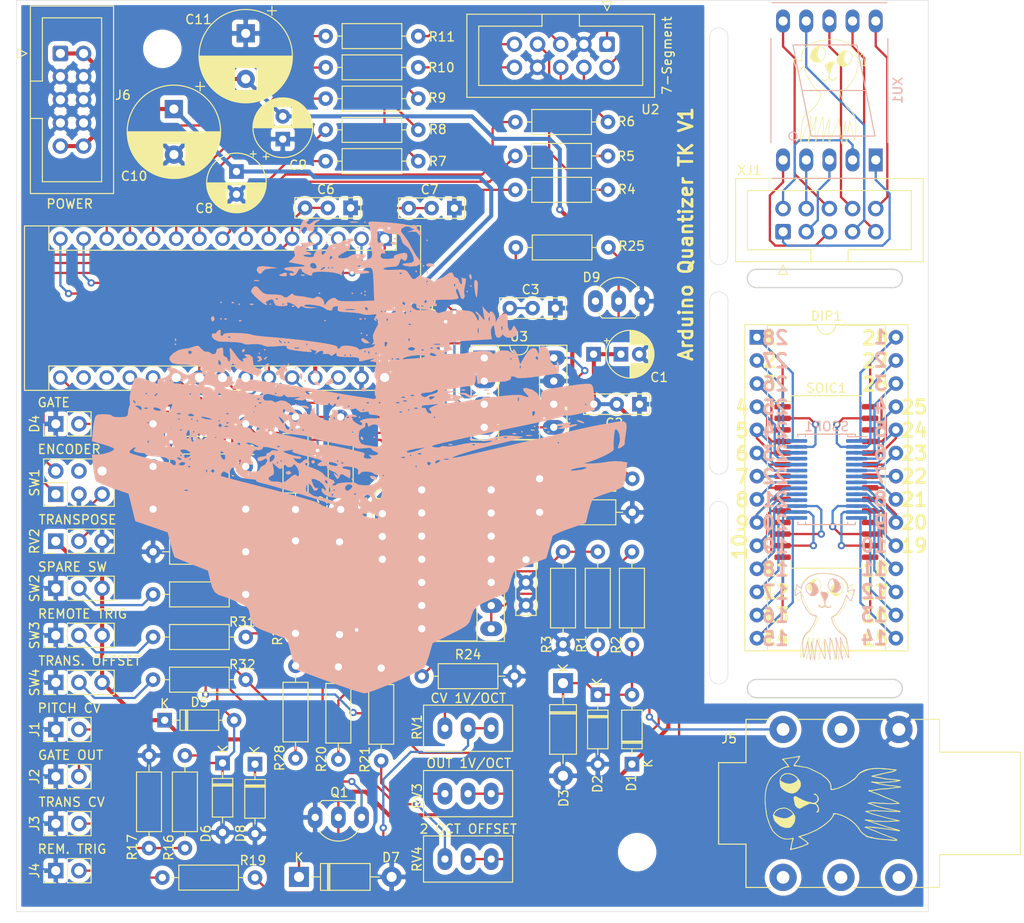
<source format=kicad_pcb>
(kicad_pcb (version 20171130) (host pcbnew "(5.1.10)-1")
  (layers (0 F.Cu signal) (31 B.Cu signal) (34 B.Paste user) (35 F.Paste user) (36 B.SilkS user) (37 F.SilkS user) (38 B.Mask user) (39 F.Mask user) (44 Edge.Cuts user))
  (net 0 "")
  (net 1 "Net-(A1-Pad16)")
  (net 2 "Net-(A1-Pad15)")
  (net 3 +12V)
  (net 4 "Net-(A1-Pad14)")
  (net 5 GND)
  (net 6 "Net-(A1-Pad13)")
  (net 7 "Net-(A1-Pad28)")
  (net 8 "Net-(A1-Pad12)")
  (net 9 +5V)
  (net 10 "Net-(A1-Pad11)")
  (net 11 /R_2R_Switch)
  (net 12 "Net-(A1-Pad10)")
  (net 13 "Net-(A1-Pad25)")
  (net 14 "Net-(A1-Pad9)")
  (net 15 "Net-(A1-Pad24)")
  (net 16 "Net-(A1-Pad8)")
  (net 17 "Net-(A1-Pad23)")
  (net 18 "Net-(A1-Pad7)")
  (net 19 "Net-(A1-Pad22)")
  (net 20 "Net-(A1-Pad6)")
  (net 21 "Net-(A1-Pad21)")
  (net 22 "Net-(A1-Pad5)")
  (net 23 "Net-(A1-Pad20)")
  (net 24 "Net-(A1-Pad19)")
  (net 25 "Net-(A1-Pad3)")
  (net 26 "Net-(A1-Pad18)")
  (net 27 "Net-(A1-Pad2)")
  (net 28 "Net-(A1-Pad17)")
  (net 29 "Net-(A1-Pad1)")
  (net 30 -12V)
  (net 31 "Net-(D8-Pad1)")
  (net 32 "Net-(D9-Pad2)")
  (net 33 "Net-(J1-PadT)")
  (net 34 "Net-(J2-PadT)")
  (net 35 "Net-(J3-PadT)")
  (net 36 "Net-(J4-PadT)")
  (net 37 "Net-(J5-PadT)")
  (net 38 "Net-(R1-Pad2)")
  (net 39 "Net-(R1-Pad1)")
  (net 40 "Net-(R2-Pad1)")
  (net 41 "Net-(R10-Pad1)")
  (net 42 "Net-(R5-Pad1)")
  (net 43 "Net-(R6-Pad1)")
  (net 44 "Net-(R7-Pad1)")
  (net 45 "Net-(R8-Pad1)")
  (net 46 "Net-(R13-Pad1)")
  (net 47 "Net-(D4-Pad2)")
  (net 48 "Net-(R11-Pad1)")
  (net 49 "Net-(R12-Pad1)")
  (net 50 "Net-(R18-Pad2)")
  (net 51 "Net-(R18-Pad1)")
  (net 52 "Net-(R20-Pad2)")
  (net 53 "Net-(R21-Pad2)")
  (net 54 "Net-(R23-Pad1)")
  (net 55 "Net-(R24-Pad1)")
  (net 56 "Net-(R26-Pad2)")
  (net 57 "Net-(R27-Pad2)")
  (net 58 "Net-(R27-Pad1)")
  (net 59 "Net-(R30-Pad2)")
  (net 60 "Net-(R31-Pad2)")
  (net 61 "Net-(R32-Pad2)")
  (net 62 "Net-(RV3-Pad2)")
  (net 63 "Net-(R9-Pad1)")
  (net 64 "Net-(R4-Pad1)")
  (net 65 /A10)
  (net 66 /A8)
  (net 67 /A6)
  (net 68 /A4)
  (net 69 /A2)
  (net 70 /A9)
  (net 71 /A7)
  (net 72 /A5)
  (net 73 /A3)
  (net 74 /A1)
  (net 75 "Net-(DIP1-Pad28)")
  (net 76 "Net-(DIP1-Pad14)")
  (net 77 "Net-(DIP1-Pad27)")
  (net 78 "Net-(DIP1-Pad13)")
  (net 79 "Net-(DIP1-Pad26)")
  (net 80 "Net-(DIP1-Pad12)")
  (net 81 "Net-(DIP1-Pad25)")
  (net 82 "Net-(DIP1-Pad11)")
  (net 83 "Net-(DIP1-Pad24)")
  (net 84 "Net-(DIP1-Pad10)")
  (net 85 "Net-(DIP1-Pad23)")
  (net 86 "Net-(DIP1-Pad9)")
  (net 87 "Net-(DIP1-Pad22)")
  (net 88 "Net-(DIP1-Pad8)")
  (net 89 "Net-(DIP1-Pad21)")
  (net 90 "Net-(DIP1-Pad7)")
  (net 91 "Net-(DIP1-Pad20)")
  (net 92 "Net-(DIP1-Pad6)")
  (net 93 "Net-(DIP1-Pad19)")
  (net 94 "Net-(DIP1-Pad5)")
  (net 95 "Net-(DIP1-Pad18)")
  (net 96 "Net-(DIP1-Pad4)")
  (net 97 "Net-(DIP1-Pad17)")
  (net 98 "Net-(DIP1-Pad3)")
  (net 99 "Net-(DIP1-Pad16)")
  (net 100 "Net-(DIP1-Pad2)")
  (net 101 "Net-(DIP1-Pad15)")
  (net 102 "Net-(DIP1-Pad1)")
  (module "Thomas PCB:Steppyramid" (layer B.Cu) (at 140.5382 85.852 180)
    (fp_text reference G*** hide)
    (fp_text value LOGO hide)
  )
  (module "Thomas PCB:OTD_LOGO_10x7,1" (layer B.Cu) (at 189.6237 113.6269 180)
    (fp_text reference G*** hide)
    (fp_text value LOGO hide)
  )
  (module "Thomas PCB:OTD_LOGO_10x7,1" (layer F.Cu) (at 189.6237 113.6142)
    (fp_text reference G*** hide)
    (fp_text value LOGO hide)
  )
  (module "Thomas PCB:OTD_LOGO_12x8,5" (layer F.Cu) (at 190.1825 56.007)
    (fp_text reference G*** hide)
    (fp_text value LOGO hide)
  )
  (module Package_SO:TSSOP-28_4.4x9.7mm_P0.65mm (layer B.Cu) (at 189.8523 98.5774 180)
    (fp_text reference SSOP2 hide)
    (fp_text value Conn_01x28 hide)
    (pad 28 smd roundrect (at 2.8625 4.225 180) (size 1.475 0.4) (layers B.Cu B.Paste B.Mask) (net 102 "Net-(DIP1-Pad1)"))
    (pad 27 smd roundrect (at 2.8625 3.575 180) (size 1.475 0.4) (layers B.Cu B.Paste B.Mask) (net 100 "Net-(DIP1-Pad2)"))
    (pad 26 smd roundrect (at 2.8625 2.925 180) (size 1.475 0.4) (layers B.Cu B.Paste B.Mask) (net 98 "Net-(DIP1-Pad3)"))
    (pad 25 smd roundrect (at 2.8625 2.275 180) (size 1.475 0.4) (layers B.Cu B.Paste B.Mask) (net 96 "Net-(DIP1-Pad4)"))
    (pad 24 smd roundrect (at 2.8625 1.625 180) (size 1.475 0.4) (layers B.Cu B.Paste B.Mask) (net 94 "Net-(DIP1-Pad5)"))
    (pad 23 smd roundrect (at 2.8625 0.975 180) (size 1.475 0.4) (layers B.Cu B.Paste B.Mask) (net 92 "Net-(DIP1-Pad6)"))
    (pad 22 smd roundrect (at 2.8625 0.325 180) (size 1.475 0.4) (layers B.Cu B.Paste B.Mask) (net 90 "Net-(DIP1-Pad7)"))
    (pad 21 smd roundrect (at 2.8625 -0.325 180) (size 1.475 0.4) (layers B.Cu B.Paste B.Mask) (net 88 "Net-(DIP1-Pad8)"))
    (pad 20 smd roundrect (at 2.8625 -0.975 180) (size 1.475 0.4) (layers B.Cu B.Paste B.Mask) (net 86 "Net-(DIP1-Pad9)"))
    (pad 19 smd roundrect (at 2.8625 -1.625 180) (size 1.475 0.4) (layers B.Cu B.Paste B.Mask) (net 84 "Net-(DIP1-Pad10)"))
    (pad 18 smd roundrect (at 2.8625 -2.275 180) (size 1.475 0.4) (layers B.Cu B.Paste B.Mask) (net 82 "Net-(DIP1-Pad11)"))
    (pad 17 smd roundrect (at 2.8625 -2.925 180) (size 1.475 0.4) (layers B.Cu B.Paste B.Mask) (net 80 "Net-(DIP1-Pad12)"))
    (pad 16 smd roundrect (at 2.8625 -3.575 180) (size 1.475 0.4) (layers B.Cu B.Paste B.Mask) (net 78 "Net-(DIP1-Pad13)"))
    (pad 15 smd roundrect (at 2.8625 -4.225 180) (size 1.475 0.4) (layers B.Cu B.Paste B.Mask) (net 76 "Net-(DIP1-Pad14)"))
    (pad 14 smd roundrect (at -2.8625 -4.225 180) (size 1.475 0.4) (layers B.Cu B.Paste B.Mask) (net 101 "Net-(DIP1-Pad15)"))
    (pad 13 smd roundrect (at -2.8625 -3.575 180) (size 1.475 0.4) (layers B.Cu B.Paste B.Mask) (net 99 "Net-(DIP1-Pad16)"))
    (pad 12 smd roundrect (at -2.8625 -2.925 180) (size 1.475 0.4) (layers B.Cu B.Paste B.Mask) (net 97 "Net-(DIP1-Pad17)"))
    (pad 11 smd roundrect (at -2.8625 -2.275 180) (size 1.475 0.4) (layers B.Cu B.Paste B.Mask) (net 95 "Net-(DIP1-Pad18)"))
    (pad 10 smd roundrect (at -2.8625 -1.625 180) (size 1.475 0.4) (layers B.Cu B.Paste B.Mask) (net 93 "Net-(DIP1-Pad19)"))
    (pad 9 smd roundrect (at -2.8625 -0.975 180) (size 1.475 0.4) (layers B.Cu B.Paste B.Mask) (net 91 "Net-(DIP1-Pad20)"))
    (pad 8 smd roundrect (at -2.8625 -0.325 180) (size 1.475 0.4) (layers B.Cu B.Paste B.Mask) (net 89 "Net-(DIP1-Pad21)"))
    (pad 7 smd roundrect (at -2.8625 0.325 180) (size 1.475 0.4) (layers B.Cu B.Paste B.Mask) (net 87 "Net-(DIP1-Pad22)"))
    (pad 6 smd roundrect (at -2.8625 0.975 180) (size 1.475 0.4) (layers B.Cu B.Paste B.Mask) (net 85 "Net-(DIP1-Pad23)"))
    (pad 5 smd roundrect (at -2.8625 1.625 180) (size 1.475 0.4) (layers B.Cu B.Paste B.Mask) (net 83 "Net-(DIP1-Pad24)"))
    (pad 4 smd roundrect (at -2.8625 2.275 180) (size 1.475 0.4) (layers B.Cu B.Paste B.Mask) (net 81 "Net-(DIP1-Pad25)"))
    (pad 3 smd roundrect (at -2.8625 2.925 180) (size 1.475 0.4) (layers B.Cu B.Paste B.Mask) (net 79 "Net-(DIP1-Pad26)"))
    (pad 2 smd roundrect (at -2.8625 3.575 180) (size 1.475 0.4) (layers B.Cu B.Paste B.Mask) (net 77 "Net-(DIP1-Pad27)"))
    (pad 1 smd roundrect (at -2.8625 4.225 180) (size 1.475 0.4) (layers B.Cu B.Paste B.Mask) (net 75 "Net-(DIP1-Pad28)"))
  )
  (module Package_DIP:DIP-28_W15.24mm_Socket (layer F.Cu) (at 182.2069 82.9818)
    (fp_text reference DIP1 (at 7.62 -2.33) (layer F.SilkS))
    (fp_text value Conn_01x28)
    (pad 28 thru_hole oval (at 15.24 0) (size 1.6 1.6) (drill 0.8) (layers *.Cu *.Mask) (net 75 "Net-(DIP1-Pad28)"))
    (pad 14 thru_hole oval (at 0 33.02) (size 1.6 1.6) (drill 0.8) (layers *.Cu *.Mask) (net 76 "Net-(DIP1-Pad14)"))
    (pad 27 thru_hole oval (at 15.24 2.54) (size 1.6 1.6) (drill 0.8) (layers *.Cu *.Mask) (net 77 "Net-(DIP1-Pad27)"))
    (pad 13 thru_hole oval (at 0 30.48) (size 1.6 1.6) (drill 0.8) (layers *.Cu *.Mask) (net 78 "Net-(DIP1-Pad13)"))
    (pad 26 thru_hole oval (at 15.24 5.08) (size 1.6 1.6) (drill 0.8) (layers *.Cu *.Mask) (net 79 "Net-(DIP1-Pad26)"))
    (pad 12 thru_hole oval (at 0 27.94) (size 1.6 1.6) (drill 0.8) (layers *.Cu *.Mask) (net 80 "Net-(DIP1-Pad12)"))
    (pad 25 thru_hole oval (at 15.24 7.62) (size 1.6 1.6) (drill 0.8) (layers *.Cu *.Mask) (net 81 "Net-(DIP1-Pad25)"))
    (pad 11 thru_hole oval (at 0 25.4) (size 1.6 1.6) (drill 0.8) (layers *.Cu *.Mask) (net 82 "Net-(DIP1-Pad11)"))
    (pad 24 thru_hole oval (at 15.24 10.16) (size 1.6 1.6) (drill 0.8) (layers *.Cu *.Mask) (net 83 "Net-(DIP1-Pad24)"))
    (pad 10 thru_hole oval (at 0 22.86) (size 1.6 1.6) (drill 0.8) (layers *.Cu *.Mask) (net 84 "Net-(DIP1-Pad10)"))
    (pad 23 thru_hole oval (at 15.24 12.7) (size 1.6 1.6) (drill 0.8) (layers *.Cu *.Mask) (net 85 "Net-(DIP1-Pad23)"))
    (pad 9 thru_hole oval (at 0 20.32) (size 1.6 1.6) (drill 0.8) (layers *.Cu *.Mask) (net 86 "Net-(DIP1-Pad9)"))
    (pad 22 thru_hole oval (at 15.24 15.24) (size 1.6 1.6) (drill 0.8) (layers *.Cu *.Mask) (net 87 "Net-(DIP1-Pad22)"))
    (pad 8 thru_hole oval (at 0 17.78) (size 1.6 1.6) (drill 0.8) (layers *.Cu *.Mask) (net 88 "Net-(DIP1-Pad8)"))
    (pad 21 thru_hole oval (at 15.24 17.78) (size 1.6 1.6) (drill 0.8) (layers *.Cu *.Mask) (net 89 "Net-(DIP1-Pad21)"))
    (pad 7 thru_hole oval (at 0 15.24) (size 1.6 1.6) (drill 0.8) (layers *.Cu *.Mask) (net 90 "Net-(DIP1-Pad7)"))
    (pad 20 thru_hole oval (at 15.24 20.32) (size 1.6 1.6) (drill 0.8) (layers *.Cu *.Mask) (net 91 "Net-(DIP1-Pad20)"))
    (pad 6 thru_hole oval (at 0 12.7) (size 1.6 1.6) (drill 0.8) (layers *.Cu *.Mask) (net 92 "Net-(DIP1-Pad6)"))
    (pad 19 thru_hole oval (at 15.24 22.86) (size 1.6 1.6) (drill 0.8) (layers *.Cu *.Mask) (net 93 "Net-(DIP1-Pad19)"))
    (pad 5 thru_hole oval (at 0 10.16) (size 1.6 1.6) (drill 0.8) (layers *.Cu *.Mask) (net 94 "Net-(DIP1-Pad5)"))
    (pad 18 thru_hole oval (at 15.24 25.4) (size 1.6 1.6) (drill 0.8) (layers *.Cu *.Mask) (net 95 "Net-(DIP1-Pad18)"))
    (pad 4 thru_hole oval (at 0 7.62) (size 1.6 1.6) (drill 0.8) (layers *.Cu *.Mask) (net 96 "Net-(DIP1-Pad4)"))
    (pad 17 thru_hole oval (at 15.24 27.94) (size 1.6 1.6) (drill 0.8) (layers *.Cu *.Mask) (net 97 "Net-(DIP1-Pad17)"))
    (pad 3 thru_hole oval (at 0 5.08) (size 1.6 1.6) (drill 0.8) (layers *.Cu *.Mask) (net 98 "Net-(DIP1-Pad3)"))
    (pad 16 thru_hole oval (at 15.24 30.48) (size 1.6 1.6) (drill 0.8) (layers *.Cu *.Mask) (net 99 "Net-(DIP1-Pad16)"))
    (pad 2 thru_hole oval (at 0 2.54) (size 1.6 1.6) (drill 0.8) (layers *.Cu *.Mask) (net 100 "Net-(DIP1-Pad2)"))
    (pad 15 thru_hole oval (at 15.24 33.02) (size 1.6 1.6) (drill 0.8) (layers *.Cu *.Mask) (net 101 "Net-(DIP1-Pad15)"))
    (pad 1 thru_hole rect (at 0 0) (size 1.6 1.6) (drill 0.8) (layers *.Cu *.Mask) (net 102 "Net-(DIP1-Pad1)"))
  )
  (module Package_SO:TSSOP-28_6.1x9.7mm_P0.65mm (layer B.Cu) (at 189.8523 98.5774 180)
    (fp_text reference SSOP1 (at 0 5.8) (layer B.SilkS) (effects (justify mirror)))
    (fp_text value Conn_01x28)
    (pad 28 smd roundrect (at 3.7125 4.225 180) (size 1.475 0.4) (layers B.Cu B.Paste B.Mask) (net 102 "Net-(DIP1-Pad1)"))
    (pad 27 smd roundrect (at 3.7125 3.575 180) (size 1.475 0.4) (layers B.Cu B.Paste B.Mask) (net 100 "Net-(DIP1-Pad2)"))
    (pad 26 smd roundrect (at 3.7125 2.925 180) (size 1.475 0.4) (layers B.Cu B.Paste B.Mask) (net 98 "Net-(DIP1-Pad3)"))
    (pad 25 smd roundrect (at 3.7125 2.275 180) (size 1.475 0.4) (layers B.Cu B.Paste B.Mask) (net 96 "Net-(DIP1-Pad4)"))
    (pad 24 smd roundrect (at 3.7125 1.625 180) (size 1.475 0.4) (layers B.Cu B.Paste B.Mask) (net 94 "Net-(DIP1-Pad5)"))
    (pad 23 smd roundrect (at 3.7125 0.975 180) (size 1.475 0.4) (layers B.Cu B.Paste B.Mask) (net 92 "Net-(DIP1-Pad6)"))
    (pad 22 smd roundrect (at 3.7125 0.325 180) (size 1.475 0.4) (layers B.Cu B.Paste B.Mask) (net 90 "Net-(DIP1-Pad7)"))
    (pad 21 smd roundrect (at 3.7125 -0.325 180) (size 1.475 0.4) (layers B.Cu B.Paste B.Mask) (net 88 "Net-(DIP1-Pad8)"))
    (pad 20 smd roundrect (at 3.7125 -0.975 180) (size 1.475 0.4) (layers B.Cu B.Paste B.Mask) (net 86 "Net-(DIP1-Pad9)"))
    (pad 19 smd roundrect (at 3.7125 -1.625 180) (size 1.475 0.4) (layers B.Cu B.Paste B.Mask) (net 84 "Net-(DIP1-Pad10)"))
    (pad 18 smd roundrect (at 3.7125 -2.275 180) (size 1.475 0.4) (layers B.Cu B.Paste B.Mask) (net 82 "Net-(DIP1-Pad11)"))
    (pad 17 smd roundrect (at 3.7125 -2.925 180) (size 1.475 0.4) (layers B.Cu B.Paste B.Mask) (net 80 "Net-(DIP1-Pad12)"))
    (pad 16 smd roundrect (at 3.7125 -3.575 180) (size 1.475 0.4) (layers B.Cu B.Paste B.Mask) (net 78 "Net-(DIP1-Pad13)"))
    (pad 15 smd roundrect (at 3.7125 -4.225 180) (size 1.475 0.4) (layers B.Cu B.Paste B.Mask) (net 76 "Net-(DIP1-Pad14)"))
    (pad 14 smd roundrect (at -3.7125 -4.225 180) (size 1.475 0.4) (layers B.Cu B.Paste B.Mask) (net 101 "Net-(DIP1-Pad15)"))
    (pad 13 smd roundrect (at -3.7125 -3.575 180) (size 1.475 0.4) (layers B.Cu B.Paste B.Mask) (net 99 "Net-(DIP1-Pad16)"))
    (pad 12 smd roundrect (at -3.7125 -2.925 180) (size 1.475 0.4) (layers B.Cu B.Paste B.Mask) (net 97 "Net-(DIP1-Pad17)"))
    (pad 11 smd roundrect (at -3.7125 -2.275 180) (size 1.475 0.4) (layers B.Cu B.Paste B.Mask) (net 95 "Net-(DIP1-Pad18)"))
    (pad 10 smd roundrect (at -3.7125 -1.625 180) (size 1.475 0.4) (layers B.Cu B.Paste B.Mask) (net 93 "Net-(DIP1-Pad19)"))
    (pad 9 smd roundrect (at -3.7125 -0.975 180) (size 1.475 0.4) (layers B.Cu B.Paste B.Mask) (net 91 "Net-(DIP1-Pad20)"))
    (pad 8 smd roundrect (at -3.7125 -0.325 180) (size 1.475 0.4) (layers B.Cu B.Paste B.Mask) (net 89 "Net-(DIP1-Pad21)"))
    (pad 7 smd roundrect (at -3.7125 0.325 180) (size 1.475 0.4) (layers B.Cu B.Paste B.Mask) (net 87 "Net-(DIP1-Pad22)"))
    (pad 6 smd roundrect (at -3.7125 0.975 180) (size 1.475 0.4) (layers B.Cu B.Paste B.Mask) (net 85 "Net-(DIP1-Pad23)"))
    (pad 5 smd roundrect (at -3.7125 1.625 180) (size 1.475 0.4) (layers B.Cu B.Paste B.Mask) (net 83 "Net-(DIP1-Pad24)"))
    (pad 4 smd roundrect (at -3.7125 2.275 180) (size 1.475 0.4) (layers B.Cu B.Paste B.Mask) (net 81 "Net-(DIP1-Pad25)"))
    (pad 3 smd roundrect (at -3.7125 2.925 180) (size 1.475 0.4) (layers B.Cu B.Paste B.Mask) (net 79 "Net-(DIP1-Pad26)"))
    (pad 2 smd roundrect (at -3.7125 3.575 180) (size 1.475 0.4) (layers B.Cu B.Paste B.Mask) (net 77 "Net-(DIP1-Pad27)"))
    (pad 1 smd roundrect (at -3.7125 4.225 180) (size 1.475 0.4) (layers B.Cu B.Paste B.Mask) (net 75 "Net-(DIP1-Pad28)"))
  )
  (module Package_SO:SOIC-28W_7.5x18.7mm_P1.27mm (layer F.Cu) (at 189.8269 98.8568)
    (fp_text reference SOIC1 (at 0 -10.3) (layer F.SilkS))
    (fp_text value Conn_01x28)
    (pad 28 smd roundrect (at 4.8 -8.255) (size 1.8 0.6) (layers F.Cu F.Paste F.Mask) (net 75 "Net-(DIP1-Pad28)"))
    (pad 27 smd roundrect (at 4.8 -6.985) (size 1.8 0.6) (layers F.Cu F.Paste F.Mask) (net 77 "Net-(DIP1-Pad27)"))
    (pad 26 smd roundrect (at 4.8 -5.715) (size 1.8 0.6) (layers F.Cu F.Paste F.Mask) (net 79 "Net-(DIP1-Pad26)"))
    (pad 25 smd roundrect (at 4.8 -4.445) (size 1.8 0.6) (layers F.Cu F.Paste F.Mask) (net 81 "Net-(DIP1-Pad25)"))
    (pad 24 smd roundrect (at 4.8 -3.175) (size 1.8 0.6) (layers F.Cu F.Paste F.Mask) (net 83 "Net-(DIP1-Pad24)"))
    (pad 23 smd roundrect (at 4.8 -1.905) (size 1.8 0.6) (layers F.Cu F.Paste F.Mask) (net 85 "Net-(DIP1-Pad23)"))
    (pad 22 smd roundrect (at 4.8 -0.635) (size 1.8 0.6) (layers F.Cu F.Paste F.Mask) (net 87 "Net-(DIP1-Pad22)"))
    (pad 21 smd roundrect (at 4.8 0.635) (size 1.8 0.6) (layers F.Cu F.Paste F.Mask) (net 89 "Net-(DIP1-Pad21)"))
    (pad 20 smd roundrect (at 4.8 1.905) (size 1.8 0.6) (layers F.Cu F.Paste F.Mask) (net 91 "Net-(DIP1-Pad20)"))
    (pad 19 smd roundrect (at 4.8 3.175) (size 1.8 0.6) (layers F.Cu F.Paste F.Mask) (net 93 "Net-(DIP1-Pad19)"))
    (pad 18 smd roundrect (at 4.8 4.445) (size 1.8 0.6) (layers F.Cu F.Paste F.Mask) (net 95 "Net-(DIP1-Pad18)"))
    (pad 17 smd roundrect (at 4.8 5.715) (size 1.8 0.6) (layers F.Cu F.Paste F.Mask) (net 97 "Net-(DIP1-Pad17)"))
    (pad 16 smd roundrect (at 4.8 6.985) (size 1.8 0.6) (layers F.Cu F.Paste F.Mask) (net 99 "Net-(DIP1-Pad16)"))
    (pad 15 smd roundrect (at 4.8 8.255) (size 1.8 0.6) (layers F.Cu F.Paste F.Mask) (net 101 "Net-(DIP1-Pad15)"))
    (pad 14 smd roundrect (at -4.8 8.255) (size 1.8 0.6) (layers F.Cu F.Paste F.Mask) (net 76 "Net-(DIP1-Pad14)"))
    (pad 13 smd roundrect (at -4.8 6.985) (size 1.8 0.6) (layers F.Cu F.Paste F.Mask) (net 78 "Net-(DIP1-Pad13)"))
    (pad 12 smd roundrect (at -4.8 5.715) (size 1.8 0.6) (layers F.Cu F.Paste F.Mask) (net 80 "Net-(DIP1-Pad12)"))
    (pad 11 smd roundrect (at -4.8 4.445) (size 1.8 0.6) (layers F.Cu F.Paste F.Mask) (net 82 "Net-(DIP1-Pad11)"))
    (pad 10 smd roundrect (at -4.8 3.175) (size 1.8 0.6) (layers F.Cu F.Paste F.Mask) (net 84 "Net-(DIP1-Pad10)"))
    (pad 9 smd roundrect (at -4.8 1.905) (size 1.8 0.6) (layers F.Cu F.Paste F.Mask) (net 86 "Net-(DIP1-Pad9)"))
    (pad 8 smd roundrect (at -4.8 0.635) (size 1.8 0.6) (layers F.Cu F.Paste F.Mask) (net 88 "Net-(DIP1-Pad8)"))
    (pad 7 smd roundrect (at -4.8 -0.635) (size 1.8 0.6) (layers F.Cu F.Paste F.Mask) (net 90 "Net-(DIP1-Pad7)"))
    (pad 6 smd roundrect (at -4.8 -1.905) (size 1.8 0.6) (layers F.Cu F.Paste F.Mask) (net 92 "Net-(DIP1-Pad6)"))
    (pad 5 smd roundrect (at -4.8 -3.175) (size 1.8 0.6) (layers F.Cu F.Paste F.Mask) (net 94 "Net-(DIP1-Pad5)"))
    (pad 4 smd roundrect (at -4.8 -4.445) (size 1.8 0.6) (layers F.Cu F.Paste F.Mask) (net 96 "Net-(DIP1-Pad4)"))
    (pad 3 smd roundrect (at -4.8 -5.715) (size 1.8 0.6) (layers F.Cu F.Paste F.Mask) (net 98 "Net-(DIP1-Pad3)"))
    (pad 2 smd roundrect (at -4.8 -6.985) (size 1.8 0.6) (layers F.Cu F.Paste F.Mask) (net 100 "Net-(DIP1-Pad2)"))
    (pad 1 smd roundrect (at -4.8 -8.255) (size 1.8 0.6) (layers F.Cu F.Paste F.Mask) (net 102 "Net-(DIP1-Pad1)"))
  )
  (module "Thomas PCB:OTD_LOGO_15,7x11,0" (layer F.Cu) (at 190.5127 134.0358 90)
    (fp_text reference G*** hide)
    (fp_text value LOGO hide)
  )
  (module MountingHole:MountingHole_3.2mm_M3_ISO7380 (layer F.Cu) (at 169.0751 139.4714)
    (fp_text reference REF** hide)
    (fp_text value MountingHole_3.2mm_M3_ISO7380)
    (pad 1 np_thru_hole circle (at 0 0) (size 3.2 3.2) (drill 3.2) (layers *.Cu *.Mask))
  )
  (module MountingHole:MountingHole_3.2mm_M3_ISO7380 (layer F.Cu) (at 117.0051 51.3334)
    (fp_text reference REF** hide)
    (fp_text value MountingHole_3.2mm_M3_ISO7380)
    (pad 1 np_thru_hole circle (at 0 0) (size 3.2 3.2) (drill 3.2) (layers *.Cu *.Mask))
  )
  (module Capacitor_THT:CP_Radial_D6.3mm_P2.50mm (layer F.Cu) (at 130.2131 61.2394 90)
    (fp_text reference C9 (at -2.8448 1.6764 180) (layer F.SilkS))
    (fp_text value 47µ)
    (pad 1 thru_hole rect (at 0 0 90) (size 1.6 1.6) (drill 0.8) (layers *.Cu *.Mask) (net 5 GND))
    (pad 2 thru_hole circle (at 2.5 0 90) (size 1.6 1.6) (drill 0.8) (layers *.Cu *.Mask) (net 30 -12V))
  )
  (module Capacitor_THT:CP_Radial_D6.3mm_P2.50mm (layer F.Cu) (at 125.1331 64.7954 270)
    (fp_text reference C8 (at 4.0386 3.5306 180) (layer F.SilkS))
    (fp_text value 47µ)
    (pad 1 thru_hole rect (at 0 0 270) (size 1.6 1.6) (drill 0.8) (layers *.Cu *.Mask) (net 3 +12V))
    (pad 2 thru_hole circle (at 2.5 0 270) (size 1.6 1.6) (drill 0.8) (layers *.Cu *.Mask) (net 5 GND))
  )
  (module "Thomas PCB:CP_Radial_D10.0mm_P5.00mm" (layer F.Cu) (at 126.1491 49.6354 270)
    (fp_text reference C11 (at -1.5278 5.1816 180) (layer F.SilkS))
    (fp_text value 220µ)
    (pad 1 thru_hole rect (at 0 0 270) (size 2 2) (drill 1) (layers *.Cu *.Mask) (net 5 GND))
    (pad 2 thru_hole circle (at 5 0 270) (size 2 2) (drill 1) (layers *.Cu *.Mask) (net 30 -12V))
  )
  (module "Thomas PCB:CP_Radial_D10.0mm_P5.00mm" (layer F.Cu) (at 118.2751 57.9374 270)
    (fp_text reference C10 (at 7.366 4.3688 180) (layer F.SilkS))
    (fp_text value 220µ)
    (pad 1 thru_hole rect (at 0 0 270) (size 2 2) (drill 1) (layers *.Cu *.Mask) (net 3 +12V))
    (pad 2 thru_hole circle (at 5 0 270) (size 2 2) (drill 1) (layers *.Cu *.Mask) (net 5 GND))
  )
  (module "Thomas PCB:7Segment_SC52-11GWA" (layer B.Cu) (at 195.2371 63.5254 90)
    (fp_text reference XU1 (at 7.62 2.42 270) (layer B.SilkS) (effects (justify mirror)))
    (fp_text value SC52-11GWA)
    (pad 1 thru_hole rect (at 0 0 180) (size 1.524 2.524) (drill 1) (layers *.Cu *.Mask) (net 74 /A1))
    (pad 2 thru_hole oval (at 0 -2.54 180) (size 1.524 2.524) (drill 1) (layers *.Cu *.Mask) (net 69 /A2))
    (pad 3 thru_hole oval (at 0 -5.08 180) (size 1.524 2.524) (drill 1) (layers *.Cu *.Mask) (net 73 /A3))
    (pad 4 thru_hole oval (at 0 -7.62 180) (size 1.524 2.524) (drill 1) (layers *.Cu *.Mask) (net 68 /A4))
    (pad 5 thru_hole oval (at 0 -10.16 180) (size 1.524 2.524) (drill 1) (layers *.Cu *.Mask) (net 72 /A5))
    (pad 6 thru_hole oval (at 15.24 -10.16 180) (size 1.524 2.524) (drill 1) (layers *.Cu *.Mask) (net 67 /A6))
    (pad 7 thru_hole oval (at 15.24 -7.62 180) (size 1.524 2.524) (drill 1) (layers *.Cu *.Mask) (net 71 /A7))
    (pad 8 thru_hole oval (at 15.24 -5.08 180) (size 1.524 2.524) (drill 1) (layers *.Cu *.Mask) (net 66 /A8))
    (pad 9 thru_hole oval (at 15.24 -2.54 180) (size 1.524 2.524) (drill 1) (layers *.Cu *.Mask) (net 70 /A9))
    (pad 10 thru_hole oval (at 15.24 0 180) (size 1.524 2.524) (drill 1) (layers *.Cu *.Mask) (net 65 /A10))
  )
  (module Connector_IDC:IDC-Header_2x05_P2.54mm_Vertical (layer F.Cu) (at 185.0771 71.3994 90)
    (fp_text reference XJ1 (at 6.731 -3.683 180) (layer F.SilkS))
    (fp_text value 7-Segment)
    (pad 1 thru_hole roundrect (at 0 0 90) (size 1.7 1.7) (drill 1) (layers *.Cu *.Mask) (roundrect_rratio 0.1470588235294118) (net 74 /A1))
    (pad 3 thru_hole circle (at 0 2.54 90) (size 1.7 1.7) (drill 1) (layers *.Cu *.Mask) (net 73 /A3))
    (pad 5 thru_hole circle (at 0 5.08 90) (size 1.7 1.7) (drill 1) (layers *.Cu *.Mask) (net 72 /A5))
    (pad 7 thru_hole circle (at 0 7.62 90) (size 1.7 1.7) (drill 1) (layers *.Cu *.Mask) (net 71 /A7))
    (pad 9 thru_hole circle (at 0 10.16 90) (size 1.7 1.7) (drill 1) (layers *.Cu *.Mask) (net 70 /A9))
    (pad 2 thru_hole circle (at 2.54 0 90) (size 1.7 1.7) (drill 1) (layers *.Cu *.Mask) (net 69 /A2))
    (pad 4 thru_hole circle (at 2.54 2.54 90) (size 1.7 1.7) (drill 1) (layers *.Cu *.Mask) (net 68 /A4))
    (pad 6 thru_hole circle (at 2.54 5.08 90) (size 1.7 1.7) (drill 1) (layers *.Cu *.Mask) (net 67 /A6))
    (pad 8 thru_hole circle (at 2.54 7.62 90) (size 1.7 1.7) (drill 1) (layers *.Cu *.Mask) (net 66 /A8))
    (pad 10 thru_hole circle (at 2.54 10.16 90) (size 1.7 1.7) (drill 1) (layers *.Cu *.Mask) (net 65 /A10))
  )
  (module Connector_IDC:IDC-Header_2x05_P2.54mm_Vertical (layer F.Cu) (at 105.8291 51.8414)
    (fp_text reference J6 (at 6.858 4.572) (layer F.SilkS))
    (fp_text value Power)
    (fp_text user POWER (at 1.016 16.51) (layer F.SilkS))
    (pad 1 thru_hole roundrect (at 0 0) (size 1.7 1.7) (drill 1) (layers *.Cu *.Mask) (roundrect_rratio 0.1470588235294118) (net 30 -12V))
    (pad 3 thru_hole circle (at 0 2.54) (size 1.7 1.7) (drill 1) (layers *.Cu *.Mask) (net 5 GND))
    (pad 5 thru_hole circle (at 0 5.08) (size 1.7 1.7) (drill 1) (layers *.Cu *.Mask) (net 5 GND))
    (pad 7 thru_hole circle (at 0 7.62) (size 1.7 1.7) (drill 1) (layers *.Cu *.Mask) (net 5 GND))
    (pad 9 thru_hole circle (at 0 10.16) (size 1.7 1.7) (drill 1) (layers *.Cu *.Mask) (net 3 +12V))
    (pad 2 thru_hole circle (at 2.54 0) (size 1.7 1.7) (drill 1) (layers *.Cu *.Mask) (net 30 -12V))
    (pad 4 thru_hole circle (at 2.54 2.54) (size 1.7 1.7) (drill 1) (layers *.Cu *.Mask) (net 5 GND))
    (pad 6 thru_hole circle (at 2.54 5.08) (size 1.7 1.7) (drill 1) (layers *.Cu *.Mask) (net 5 GND))
    (pad 8 thru_hole circle (at 2.54 7.62) (size 1.7 1.7) (drill 1) (layers *.Cu *.Mask) (net 5 GND))
    (pad 10 thru_hole circle (at 2.54 10.16) (size 1.7 1.7) (drill 1) (layers *.Cu *.Mask) (net 3 +12V))
  )
  (module Connector_PinHeader_2.54mm:PinHeader_1x03_P2.54mm_Vertical (layer F.Cu) (at 105.3211 105.35851 90)
    (fp_text reference RV2 (at 0 -2.33 90) (layer F.SilkS))
    (fp_text value 100K)
    (fp_text user TRANSPOSE (at 2.36151 2.3876 180) (layer F.SilkS))
    (pad 1 thru_hole rect (at 0 0 90) (size 1.7 1.7) (drill 1) (layers *.Cu *.Mask) (net 9 +5V))
    (pad 2 thru_hole oval (at 0 2.54 90) (size 1.7 1.7) (drill 1) (layers *.Cu *.Mask) (net 13 "Net-(A1-Pad25)"))
    (pad 3 thru_hole oval (at 0 5.08 90) (size 1.7 1.7) (drill 1) (layers *.Cu *.Mask) (net 5 GND))
  )
  (module Connector_PinHeader_2.54mm:PinHeader_1x02_P2.54mm_Vertical (layer F.Cu) (at 105.3211 92.4814 90)
    (fp_text reference D4 (at 0 -2.33 90) (layer F.SilkS))
    (fp_text value "Gate out LED")
    (fp_text user GATE (at 2.3368 -0.2286 180) (layer F.SilkS))
    (pad 1 thru_hole rect (at 0 0 90) (size 1.7 1.7) (drill 1) (layers *.Cu *.Mask) (net 5 GND))
    (pad 2 thru_hole oval (at 0 2.54 90) (size 1.7 1.7) (drill 1) (layers *.Cu *.Mask) (net 47 "Net-(D4-Pad2)"))
  )
  (module "Thomas PCB:Eurorack_power_IDC-Header_2x05_P2.54mm_Vertical" (layer F.Cu) (at 165.7731 50.8254 270)
    (fp_text reference U2 (at 7.1628 -4.7498 180) (layer F.SilkS))
    (fp_text value SC52-11GWA hide)
    (fp_text user 7-Segment (at 1.2446 -6.5786 90) (layer F.SilkS))
    (pad 1 thru_hole roundrect (at 0 0 270) (size 1.7 1.7) (drill 1) (layers *.Cu *.Mask) (roundrect_rratio 0.1470588235294118) (net 45 "Net-(R8-Pad1)"))
    (pad 3 thru_hole circle (at 0 2.54 270) (size 1.7 1.7) (drill 1) (layers *.Cu *.Mask) (net 5 GND))
    (pad 5 thru_hole circle (at 0 5.08 270) (size 1.7 1.7) (drill 1) (layers *.Cu *.Mask) (net 48 "Net-(R11-Pad1)"))
    (pad 7 thru_hole circle (at 0 7.62 270) (size 1.7 1.7) (drill 1) (layers *.Cu *.Mask) (net 64 "Net-(R4-Pad1)"))
    (pad 9 thru_hole circle (at 0 10.16 270) (size 1.7 1.7) (drill 1) (layers *.Cu *.Mask) (net 63 "Net-(R9-Pad1)"))
    (pad 2 thru_hole circle (at 2.54 0 270) (size 1.7 1.7) (drill 1) (layers *.Cu *.Mask) (net 44 "Net-(R7-Pad1)"))
    (pad 4 thru_hole circle (at 2.54 2.54 270) (size 1.7 1.7) (drill 1) (layers *.Cu *.Mask) (net 43 "Net-(R6-Pad1)"))
    (pad 6 thru_hole circle (at 2.54 5.08 270) (size 1.7 1.7) (drill 1) (layers *.Cu *.Mask) (net 42 "Net-(R5-Pad1)"))
    (pad 8 thru_hole circle (at 2.54 7.62 270) (size 1.7 1.7) (drill 1) (layers *.Cu *.Mask) (net 5 GND))
    (pad 10 thru_hole circle (at 2.54 10.16 270) (size 1.7 1.7) (drill 1) (layers *.Cu *.Mask) (net 41 "Net-(R10-Pad1)"))
  )
  (module "Thomas PCB:Potentiometer_Bourns_3296W_Vertical_longpads_2" (layer F.Cu) (at 147.9931 140.2334 180)
    (fp_text reference RV4 (at 3.048 0 90) (layer F.SilkS))
    (fp_text value 5K)
    (fp_text user "2 OCT OFFSET" (at -2.5654 3.302) (layer F.SilkS))
    (pad 3 thru_hole oval (at -5.08 0 180) (size 1.6 2.4) (drill 0.8) (layers *.Cu *.Mask) (net 32 "Net-(D9-Pad2)"))
    (pad 2 thru_hole oval (at -2.54 0 180) (size 1.6 2.4) (drill 0.8) (layers *.Cu *.Mask) (net 32 "Net-(D9-Pad2)"))
    (pad 1 thru_hole oval (at 0 0 180) (size 1.6 2.4) (drill 0.8) (layers *.Cu *.Mask) (net 56 "Net-(R26-Pad2)"))
  )
  (module "Thomas PCB:Potentiometer_Bourns_3296W_Vertical_longpads_2" (layer F.Cu) (at 147.9931 133.0579 180)
    (fp_text reference RV3 (at 3.048 -0.254 90) (layer F.SilkS))
    (fp_text value 5K)
    (fp_text user "OUT 1V/OCT" (at -2.6162 3.3401) (layer F.SilkS))
    (pad 3 thru_hole oval (at -5.08 0 180) (size 1.6 2.4) (drill 0.8) (layers *.Cu *.Mask) (net 62 "Net-(RV3-Pad2)"))
    (pad 2 thru_hole oval (at -2.54 0 180) (size 1.6 2.4) (drill 0.8) (layers *.Cu *.Mask) (net 62 "Net-(RV3-Pad2)"))
    (pad 1 thru_hole oval (at 0 0 180) (size 1.6 2.4) (drill 0.8) (layers *.Cu *.Mask) (net 53 "Net-(R21-Pad2)"))
  )
  (module "Thomas PCB:TO-92_Inline_Wide_Longpads" (layer F.Cu) (at 138.8491 135.6614 180)
    (fp_text reference Q1 (at 2.4384 2.7432) (layer F.SilkS))
    (fp_text value BC547)
    (pad 1 thru_hole oval (at 0 0 180) (size 1.6 2.4) (drill 0.8) (layers *.Cu *.Mask) (net 21 "Net-(A1-Pad21)"))
    (pad 3 thru_hole oval (at 5.08 0 180) (size 1.6 2.4) (drill 0.8) (layers *.Cu *.Mask) (net 5 GND))
    (pad 2 thru_hole oval (at 2.54 0 180) (size 1.6 2.4) (drill 0.8) (layers *.Cu *.Mask) (net 31 "Net-(D8-Pad1)"))
  )
  (module Package_DIP:DIP-8_W7.62mm_Socket_LongPads (layer F.Cu) (at 152.3111 85.2424)
    (fp_text reference U3 (at 3.81 -2.33) (layer F.SilkS))
    (fp_text value MCP4921-EP)
    (pad 1 thru_hole rect (at 0 0) (size 2.4 1.6) (drill 0.8) (layers *.Cu *.Mask) (net 9 +5V))
    (pad 5 thru_hole oval (at 7.62 7.62) (size 2.4 1.6) (drill 0.8) (layers *.Cu *.Mask) (net 17 "Net-(A1-Pad23)"))
    (pad 2 thru_hole oval (at 0 2.54) (size 2.4 1.6) (drill 0.8) (layers *.Cu *.Mask) (net 15 "Net-(A1-Pad24)"))
    (pad 6 thru_hole oval (at 7.62 5.08) (size 2.4 1.6) (drill 0.8) (layers *.Cu *.Mask) (net 9 +5V))
    (pad 3 thru_hole oval (at 0 5.08) (size 2.4 1.6) (drill 0.8) (layers *.Cu *.Mask) (net 4 "Net-(A1-Pad14)"))
    (pad 7 thru_hole oval (at 7.62 2.54) (size 2.4 1.6) (drill 0.8) (layers *.Cu *.Mask) (net 5 GND))
    (pad 4 thru_hole oval (at 0 7.62) (size 2.4 1.6) (drill 0.8) (layers *.Cu *.Mask) (net 2 "Net-(A1-Pad15)"))
    (pad 8 thru_hole oval (at 7.62 0) (size 2.4 1.6) (drill 0.8) (layers *.Cu *.Mask) (net 62 "Net-(RV3-Pad2)"))
  )
  (module Package_DIP:DIP-14_W7.62mm_Socket_LongPads (layer F.Cu) (at 145.4531 99.7204)
    (fp_text reference U1 (at 3.81 -2.33) (layer F.SilkS))
    (fp_text value TL074)
    (pad 1 thru_hole rect (at 0 0) (size 2.4 1.6) (drill 0.8) (layers *.Cu *.Mask) (net 51 "Net-(R18-Pad1)"))
    (pad 8 thru_hole oval (at 7.62 15.24) (size 2.4 1.6) (drill 0.8) (layers *.Cu *.Mask) (net 40 "Net-(R2-Pad1)"))
    (pad 2 thru_hole oval (at 0 2.54) (size 2.4 1.6) (drill 0.8) (layers *.Cu *.Mask) (net 50 "Net-(R18-Pad2)"))
    (pad 9 thru_hole oval (at 7.62 12.7) (size 2.4 1.6) (drill 0.8) (layers *.Cu *.Mask) (net 40 "Net-(R2-Pad1)"))
    (pad 3 thru_hole oval (at 0 5.08) (size 2.4 1.6) (drill 0.8) (layers *.Cu *.Mask) (net 54 "Net-(R23-Pad1)"))
    (pad 10 thru_hole oval (at 7.62 10.16) (size 2.4 1.6) (drill 0.8) (layers *.Cu *.Mask) (net 39 "Net-(R1-Pad1)"))
    (pad 4 thru_hole oval (at 0 7.62) (size 2.4 1.6) (drill 0.8) (layers *.Cu *.Mask) (net 3 +12V))
    (pad 11 thru_hole oval (at 7.62 7.62) (size 2.4 1.6) (drill 0.8) (layers *.Cu *.Mask) (net 30 -12V))
    (pad 5 thru_hole oval (at 0 10.16) (size 2.4 1.6) (drill 0.8) (layers *.Cu *.Mask) (net 55 "Net-(R24-Pad1)"))
    (pad 12 thru_hole oval (at 7.62 5.08) (size 2.4 1.6) (drill 0.8) (layers *.Cu *.Mask) (net 1 "Net-(A1-Pad16)"))
    (pad 6 thru_hole oval (at 0 12.7) (size 2.4 1.6) (drill 0.8) (layers *.Cu *.Mask) (net 52 "Net-(R20-Pad2)"))
    (pad 13 thru_hole oval (at 7.62 2.54) (size 2.4 1.6) (drill 0.8) (layers *.Cu *.Mask) (net 46 "Net-(R13-Pad1)"))
    (pad 7 thru_hole oval (at 0 15.24) (size 2.4 1.6) (drill 0.8) (layers *.Cu *.Mask) (net 37 "Net-(J5-PadT)"))
    (pad 14 thru_hole oval (at 7.62 0) (size 2.4 1.6) (drill 0.8) (layers *.Cu *.Mask) (net 49 "Net-(R12-Pad1)"))
  )
  (module Connector_PinHeader_2.54mm:PinHeader_1x03_P2.54mm_Vertical (layer F.Cu) (at 105.3211 120.849175 90)
    (fp_text reference SW4 (at 0 -2.33 90) (layer F.SilkS))
    (fp_text value "Transpose Offset")
    (fp_text user "TRANS. OFFSET" (at 2.358175 3.7084 180) (layer F.SilkS))
    (pad 1 thru_hole rect (at 0 0 90) (size 1.7 1.7) (drill 1) (layers *.Cu *.Mask) (net 5 GND))
    (pad 2 thru_hole oval (at 0 2.54 90) (size 1.7 1.7) (drill 1) (layers *.Cu *.Mask) (net 61 "Net-(R32-Pad2)"))
    (pad 3 thru_hole oval (at 0 5.08 90) (size 1.7 1.7) (drill 1) (layers *.Cu *.Mask) (net 9 +5V))
  )
  (module Connector_PinHeader_2.54mm:PinHeader_1x03_P2.54mm_Vertical (layer F.Cu) (at 105.3211 115.68562 90)
    (fp_text reference SW3 (at 0 -2.33 90) (layer F.SilkS))
    (fp_text value "Remote trig")
    (fp_text user "REMOTE TRIG" (at 2.35082 2.921 180) (layer F.SilkS))
    (pad 1 thru_hole rect (at 0 0 90) (size 1.7 1.7) (drill 1) (layers *.Cu *.Mask) (net 5 GND))
    (pad 2 thru_hole oval (at 0 2.54 90) (size 1.7 1.7) (drill 1) (layers *.Cu *.Mask) (net 60 "Net-(R31-Pad2)"))
    (pad 3 thru_hole oval (at 0 5.08 90) (size 1.7 1.7) (drill 1) (layers *.Cu *.Mask) (net 9 +5V))
  )
  (module Connector_PinHeader_2.54mm:PinHeader_1x03_P2.54mm_Vertical (layer F.Cu) (at 105.3211 110.522065 90)
    (fp_text reference SW2 (at 0 -2.33 90) (layer F.SilkS))
    (fp_text value "Spare SW")
    (fp_text user "SPARE SW" (at 2.343465 1.8288 180) (layer F.SilkS))
    (pad 1 thru_hole rect (at 0 0 90) (size 1.7 1.7) (drill 1) (layers *.Cu *.Mask) (net 5 GND))
    (pad 2 thru_hole oval (at 0 2.54 90) (size 1.7 1.7) (drill 1) (layers *.Cu *.Mask) (net 59 "Net-(R30-Pad2)"))
    (pad 3 thru_hole oval (at 0 5.08 90) (size 1.7 1.7) (drill 1) (layers *.Cu *.Mask) (net 9 +5V))
  )
  (module "Thomas PCB:Encoder_with_Switch_PinHeader_2x03_P2.54mm_Vertical" (layer F.Cu) (at 105.3211 100.194955 90)
    (fp_text reference SW1 (at 1.27 -2.33 90) (layer F.SilkS))
    (fp_text value Rotary_Encoder_Switch)
    (fp_text user ENCODER (at 4.919555 1.4732 180) (layer F.SilkS))
    (pad A thru_hole rect (at 0 0 90) (size 1.7 1.7) (drill 1) (layers *.Cu *.Mask) (net 29 "Net-(A1-Pad1)"))
    (pad S1 thru_hole oval (at 2.54 0 90) (size 1.7 1.7) (drill 1) (layers *.Cu *.Mask) (net 27 "Net-(A1-Pad2)"))
    (pad C thru_hole oval (at 0 2.54 90) (size 1.7 1.7) (drill 1) (layers *.Cu *.Mask) (net 5 GND))
    (pad X thru_hole oval (at 2.54 2.54 90) (size 1.7 1.7) (drill 1) (layers *.Cu *.Mask))
    (pad B thru_hole oval (at 0 5.08 90) (size 1.7 1.7) (drill 1) (layers *.Cu *.Mask) (net 22 "Net-(A1-Pad5)"))
    (pad S2 thru_hole oval (at 2.54 5.08 90) (size 1.7 1.7) (drill 1) (layers *.Cu *.Mask) (net 5 GND))
  )
  (module "Thomas PCB:Potentiometer_Bourns_3296W_Vertical_longpads_2" (layer F.Cu) (at 147.9931 125.8824 180)
    (fp_text reference RV1 (at 3.048 0.127 90) (layer F.SilkS))
    (fp_text value 5K)
    (fp_text user "CV 1V/OCT" (at -2.5654 3.302) (layer F.SilkS))
    (pad 3 thru_hole oval (at -5.08 0 180) (size 1.6 2.4) (drill 0.8) (layers *.Cu *.Mask) (net 33 "Net-(J1-PadT)"))
    (pad 2 thru_hole oval (at -2.54 0 180) (size 1.6 2.4) (drill 0.8) (layers *.Cu *.Mask) (net 33 "Net-(J1-PadT)"))
    (pad 1 thru_hole oval (at 0 0 180) (size 1.6 2.4) (drill 0.8) (layers *.Cu *.Mask) (net 38 "Net-(R1-Pad2)"))
  )
  (module Resistor_THT:R_Axial_DIN0207_L6.3mm_D2.5mm_P10.16mm_Horizontal (layer F.Cu) (at 126.1491 120.5484 180)
    (fp_text reference R32 (at 0.381 1.651) (layer F.SilkS))
    (fp_text value 100K)
    (pad 1 thru_hole circle (at 0 0 180) (size 1.6 1.6) (drill 0.8) (layers *.Cu *.Mask) (net 11 /R_2R_Switch))
    (pad 2 thru_hole oval (at 10.16 0 180) (size 1.6 1.6) (drill 0.8) (layers *.Cu *.Mask) (net 61 "Net-(R32-Pad2)"))
  )
  (module Resistor_THT:R_Axial_DIN0207_L6.3mm_D2.5mm_P10.16mm_Horizontal (layer F.Cu) (at 126.1491 115.870565 180)
    (fp_text reference R31 (at 0.381 1.651) (layer F.SilkS))
    (fp_text value 100K)
    (pad 1 thru_hole circle (at 0 0 180) (size 1.6 1.6) (drill 0.8) (layers *.Cu *.Mask) (net 58 "Net-(R27-Pad1)"))
    (pad 2 thru_hole oval (at 10.16 0 180) (size 1.6 1.6) (drill 0.8) (layers *.Cu *.Mask) (net 60 "Net-(R31-Pad2)"))
  )
  (module Resistor_THT:R_Axial_DIN0207_L6.3mm_D2.5mm_P10.16mm_Horizontal (layer F.Cu) (at 126.1491 111.192732 180)
    (fp_text reference R30 (at 0.381 1.651) (layer F.SilkS))
    (fp_text value 100K)
    (pad 1 thru_hole circle (at 0 0 180) (size 1.6 1.6) (drill 0.8) (layers *.Cu *.Mask) (net 57 "Net-(R27-Pad2)"))
    (pad 2 thru_hole oval (at 10.16 0 180) (size 1.6 1.6) (drill 0.8) (layers *.Cu *.Mask) (net 59 "Net-(R30-Pad2)"))
  )
  (module Resistor_THT:R_Axial_DIN0207_L6.3mm_D2.5mm_P10.16mm_Horizontal (layer F.Cu) (at 126.1491 106.514899 180)
    (fp_text reference R29 (at 0.381 1.651) (layer F.SilkS))
    (fp_text value 100K)
    (pad 1 thru_hole circle (at 0 0 180) (size 1.6 1.6) (drill 0.8) (layers *.Cu *.Mask) (net 57 "Net-(R27-Pad2)"))
    (pad 2 thru_hole oval (at 10.16 0 180) (size 1.6 1.6) (drill 0.8) (layers *.Cu *.Mask) (net 5 GND))
  )
  (module Resistor_THT:R_Axial_DIN0207_L6.3mm_D2.5mm_P10.16mm_Horizontal (layer F.Cu) (at 131.6101 129.1844 90)
    (fp_text reference R28 (at 0.0508 -1.7272 90) (layer F.SilkS))
    (fp_text value 47K)
    (pad 1 thru_hole circle (at 0 0 90) (size 1.6 1.6) (drill 0.8) (layers *.Cu *.Mask) (net 11 /R_2R_Switch))
    (pad 2 thru_hole oval (at 10.16 0 90) (size 1.6 1.6) (drill 0.8) (layers *.Cu *.Mask) (net 58 "Net-(R27-Pad1)"))
  )
  (module Resistor_THT:R_Axial_DIN0207_L6.3mm_D2.5mm_P10.16mm_Horizontal (layer F.Cu) (at 131.6101 115.4684 90)
    (fp_text reference R27 (at 0.1016 -1.9558 90) (layer F.SilkS))
    (fp_text value 47K)
    (pad 1 thru_hole circle (at 0 0 90) (size 1.6 1.6) (drill 0.8) (layers *.Cu *.Mask) (net 58 "Net-(R27-Pad1)"))
    (pad 2 thru_hole oval (at 10.16 0 90) (size 1.6 1.6) (drill 0.8) (layers *.Cu *.Mask) (net 57 "Net-(R27-Pad2)"))
  )
  (module Resistor_THT:R_Axial_DIN0207_L6.3mm_D2.5mm_P10.16mm_Horizontal (layer F.Cu) (at 136.4361 105.4354 270)
    (fp_text reference R26 (at 10.0584 1.7526 90) (layer F.SilkS))
    (fp_text value 56K)
    (pad 1 thru_hole circle (at 0 0 270) (size 1.6 1.6) (drill 0.8) (layers *.Cu *.Mask) (net 50 "Net-(R18-Pad2)"))
    (pad 2 thru_hole oval (at 10.16 0 270) (size 1.6 1.6) (drill 0.8) (layers *.Cu *.Mask) (net 56 "Net-(R26-Pad2)"))
  )
  (module Resistor_THT:R_Axial_DIN0207_L6.3mm_D2.5mm_P10.16mm_Horizontal (layer F.Cu) (at 165.9255 73.1266 180)
    (fp_text reference R25 (at -2.54 0.1524) (layer F.SilkS))
    (fp_text value 2K7)
    (pad 1 thru_hole circle (at 0 0 180) (size 1.6 1.6) (drill 0.8) (layers *.Cu *.Mask) (net 32 "Net-(D9-Pad2)"))
    (pad 2 thru_hole oval (at 10.16 0 180) (size 1.6 1.6) (drill 0.8) (layers *.Cu *.Mask) (net 19 "Net-(A1-Pad22)"))
  )
  (module Resistor_THT:R_Axial_DIN0207_L6.3mm_D2.5mm_P10.16mm_Horizontal (layer F.Cu) (at 145.4531 120.1674)
    (fp_text reference R24 (at 5.08 -2.37) (layer F.SilkS))
    (fp_text value 22K)
    (pad 1 thru_hole circle (at 0 0) (size 1.6 1.6) (drill 0.8) (layers *.Cu *.Mask) (net 55 "Net-(R24-Pad1)"))
    (pad 2 thru_hole oval (at 10.16 0) (size 1.6 1.6) (drill 0.8) (layers *.Cu *.Mask) (net 5 GND))
  )
  (module Resistor_THT:R_Axial_DIN0207_L6.3mm_D2.5mm_P10.16mm_Horizontal (layer F.Cu) (at 126.1491 92.4814 180)
    (fp_text reference R23 (at 0.381 1.778) (layer F.SilkS))
    (fp_text value 22K)
    (pad 1 thru_hole circle (at 0 0 180) (size 1.6 1.6) (drill 0.8) (layers *.Cu *.Mask) (net 54 "Net-(R23-Pad1)"))
    (pad 2 thru_hole oval (at 10.16 0 180) (size 1.6 1.6) (drill 0.8) (layers *.Cu *.Mask) (net 5 GND))
  )
  (module Resistor_THT:R_Axial_DIN0207_L6.3mm_D2.5mm_P10.16mm_Horizontal (layer F.Cu) (at 136.5631 101.8794 90)
    (fp_text reference R22 (at 0.1016 -1.9558 90) (layer F.SilkS))
    (fp_text value 47K)
    (pad 1 thru_hole circle (at 0 0 90) (size 1.6 1.6) (drill 0.8) (layers *.Cu *.Mask) (net 52 "Net-(R20-Pad2)"))
    (pad 2 thru_hole oval (at 10.16 0 90) (size 1.6 1.6) (drill 0.8) (layers *.Cu *.Mask) (net 51 "Net-(R18-Pad1)"))
  )
  (module Resistor_THT:R_Axial_DIN0207_L6.3mm_D2.5mm_P10.16mm_Horizontal (layer F.Cu) (at 141.0081 119.2784 270)
    (fp_text reference R21 (at 10.033 1.778 90) (layer F.SilkS))
    (fp_text value 30K)
    (pad 1 thru_hole circle (at 0 0 270) (size 1.6 1.6) (drill 0.8) (layers *.Cu *.Mask) (net 50 "Net-(R18-Pad2)"))
    (pad 2 thru_hole oval (at 10.16 0 270) (size 1.6 1.6) (drill 0.8) (layers *.Cu *.Mask) (net 53 "Net-(R21-Pad2)"))
  )
  (module Resistor_THT:R_Axial_DIN0207_L6.3mm_D2.5mm_P10.16mm_Horizontal (layer F.Cu) (at 136.3091 129.3114 90)
    (fp_text reference R20 (at 0.0508 -1.8542 90) (layer F.SilkS))
    (fp_text value 47K)
    (pad 1 thru_hole circle (at 0 0 90) (size 1.6 1.6) (drill 0.8) (layers *.Cu *.Mask) (net 37 "Net-(J5-PadT)"))
    (pad 2 thru_hole oval (at 10.16 0 90) (size 1.6 1.6) (drill 0.8) (layers *.Cu *.Mask) (net 52 "Net-(R20-Pad2)"))
  )
  (module Resistor_THT:R_Axial_DIN0207_L6.3mm_D2.5mm_P10.16mm_Horizontal (layer F.Cu) (at 117.0051 142.2654)
    (fp_text reference R19 (at 9.9314 -1.8796) (layer F.SilkS))
    (fp_text value 33K)
    (pad 1 thru_hole circle (at 0 0) (size 1.6 1.6) (drill 0.8) (layers *.Cu *.Mask) (net 36 "Net-(J4-PadT)"))
    (pad 2 thru_hole oval (at 10.16 0) (size 1.6 1.6) (drill 0.8) (layers *.Cu *.Mask) (net 31 "Net-(D8-Pad1)"))
  )
  (module Resistor_THT:R_Axial_DIN0207_L6.3mm_D2.5mm_P10.16mm_Horizontal (layer F.Cu) (at 131.6101 91.7194 270)
    (fp_text reference R18 (at 10.0838 1.8796 90) (layer F.SilkS))
    (fp_text value 47K)
    (pad 1 thru_hole circle (at 0 0 270) (size 1.6 1.6) (drill 0.8) (layers *.Cu *.Mask) (net 51 "Net-(R18-Pad1)"))
    (pad 2 thru_hole oval (at 10.16 0 270) (size 1.6 1.6) (drill 0.8) (layers *.Cu *.Mask) (net 50 "Net-(R18-Pad2)"))
  )
  (module Resistor_THT:R_Axial_DIN0207_L6.3mm_D2.5mm_P10.16mm_Horizontal (layer F.Cu) (at 115.5446 139.0269 90)
    (fp_text reference R17 (at 0.0889 -1.8415 90) (layer F.SilkS))
    (fp_text value 100K)
    (pad 1 thru_hole circle (at 0 0 90) (size 1.6 1.6) (drill 0.8) (layers *.Cu *.Mask) (net 35 "Net-(J3-PadT)"))
    (pad 2 thru_hole oval (at 10.16 0 90) (size 1.6 1.6) (drill 0.8) (layers *.Cu *.Mask) (net 5 GND))
  )
  (module Resistor_THT:R_Axial_DIN0207_L6.3mm_D2.5mm_P10.16mm_Horizontal (layer F.Cu) (at 119.4816 139.0269 90)
    (fp_text reference R16 (at 0.0635 -1.7653 90) (layer F.SilkS))
    (fp_text value 470R)
    (pad 1 thru_hole circle (at 0 0 90) (size 1.6 1.6) (drill 0.8) (layers *.Cu *.Mask) (net 35 "Net-(J3-PadT)"))
    (pad 2 thru_hole oval (at 10.16 0 90) (size 1.6 1.6) (drill 0.8) (layers *.Cu *.Mask) (net 23 "Net-(A1-Pad20)"))
  )
  (module Resistor_THT:R_Axial_DIN0207_L6.3mm_D2.5mm_P10.16mm_Horizontal (layer F.Cu) (at 145.0721 49.9364 180)
    (fp_text reference R11 (at -2.5908 -0.0762) (layer F.SilkS))
    (fp_text value 300E)
    (pad 1 thru_hole circle (at 0 0 180) (size 1.6 1.6) (drill 0.8) (layers *.Cu *.Mask) (net 48 "Net-(R11-Pad1)"))
    (pad 2 thru_hole oval (at 10.16 0 180) (size 1.6 1.6) (drill 0.8) (layers *.Cu *.Mask) (net 6 "Net-(A1-Pad13)"))
  )
  (module Resistor_THT:R_Axial_DIN0207_L6.3mm_D2.5mm_P10.16mm_Horizontal (layer F.Cu) (at 145.0721 53.3654 180)
    (fp_text reference R10 (at -2.54 -0.0254) (layer F.SilkS))
    (fp_text value 300E)
    (pad 1 thru_hole circle (at 0 0 180) (size 1.6 1.6) (drill 0.8) (layers *.Cu *.Mask) (net 41 "Net-(R10-Pad1)"))
    (pad 2 thru_hole oval (at 10.16 0 180) (size 1.6 1.6) (drill 0.8) (layers *.Cu *.Mask) (net 8 "Net-(A1-Pad12)"))
  )
  (module Resistor_THT:R_Axial_DIN0207_L6.3mm_D2.5mm_P10.16mm_Horizontal (layer F.Cu) (at 158.3817 102.1842)
    (fp_text reference R13 (at -0.0508 -1.6764) (layer F.SilkS))
    (fp_text value 24K)
    (pad 1 thru_hole circle (at 0 0) (size 1.6 1.6) (drill 0.8) (layers *.Cu *.Mask) (net 46 "Net-(R13-Pad1)"))
    (pad 2 thru_hole oval (at 10.16 0) (size 1.6 1.6) (drill 0.8) (layers *.Cu *.Mask) (net 5 GND))
  )
  (module Resistor_THT:R_Axial_DIN0207_L6.3mm_D2.5mm_P10.16mm_Horizontal (layer F.Cu) (at 145.0721 56.7944 180)
    (fp_text reference R9 (at -2.0828 0.0762) (layer F.SilkS))
    (fp_text value 300E)
    (pad 1 thru_hole circle (at 0 0 180) (size 1.6 1.6) (drill 0.8) (layers *.Cu *.Mask) (net 63 "Net-(R9-Pad1)"))
    (pad 2 thru_hole oval (at 10.16 0 180) (size 1.6 1.6) (drill 0.8) (layers *.Cu *.Mask) (net 10 "Net-(A1-Pad11)"))
  )
  (module Resistor_THT:R_Axial_DIN0207_L6.3mm_D2.5mm_P10.16mm_Horizontal (layer F.Cu) (at 145.0721 60.2234 180)
    (fp_text reference R8 (at -2.1336 0.0508) (layer F.SilkS))
    (fp_text value 300E)
    (pad 1 thru_hole circle (at 0 0 180) (size 1.6 1.6) (drill 0.8) (layers *.Cu *.Mask) (net 45 "Net-(R8-Pad1)"))
    (pad 2 thru_hole oval (at 10.16 0 180) (size 1.6 1.6) (drill 0.8) (layers *.Cu *.Mask) (net 12 "Net-(A1-Pad10)"))
  )
  (module Resistor_THT:R_Axial_DIN0207_L6.3mm_D2.5mm_P10.16mm_Horizontal (layer F.Cu) (at 126.1491 101.837066 180)
    (fp_text reference R15 (at 0.381 1.778) (layer F.SilkS))
    (fp_text value 10K)
    (pad 1 thru_hole circle (at 0 0 180) (size 1.6 1.6) (drill 0.8) (layers *.Cu *.Mask) (net 49 "Net-(R12-Pad1)"))
    (pad 2 thru_hole oval (at 10.16 0 180) (size 1.6 1.6) (drill 0.8) (layers *.Cu *.Mask) (net 47 "Net-(D4-Pad2)"))
  )
  (module Resistor_THT:R_Axial_DIN0207_L6.3mm_D2.5mm_P10.16mm_Horizontal (layer F.Cu) (at 158.3817 98.5012)
    (fp_text reference R14 (at -0.0254 -1.778) (layer F.SilkS))
    (fp_text value 47K)
    (pad 1 thru_hole circle (at 0 0) (size 1.6 1.6) (drill 0.8) (layers *.Cu *.Mask) (net 46 "Net-(R13-Pad1)"))
    (pad 2 thru_hole oval (at 10.16 0) (size 1.6 1.6) (drill 0.8) (layers *.Cu *.Mask) (net 49 "Net-(R12-Pad1)"))
  )
  (module Resistor_THT:R_Axial_DIN0207_L6.3mm_D2.5mm_P10.16mm_Horizontal (layer F.Cu) (at 145.0721 63.6524 180)
    (fp_text reference R7 (at -2.1336 -0.0254) (layer F.SilkS))
    (fp_text value 300E)
    (pad 1 thru_hole circle (at 0 0 180) (size 1.6 1.6) (drill 0.8) (layers *.Cu *.Mask) (net 44 "Net-(R7-Pad1)"))
    (pad 2 thru_hole oval (at 10.16 0 180) (size 1.6 1.6) (drill 0.8) (layers *.Cu *.Mask) (net 14 "Net-(A1-Pad9)"))
  )
  (module Resistor_THT:R_Axial_DIN0207_L6.3mm_D2.5mm_P10.16mm_Horizontal (layer F.Cu) (at 165.8747 59.3598 180)
    (fp_text reference R6 (at -2.0066 0.0508) (layer F.SilkS))
    (fp_text value 300E)
    (pad 1 thru_hole circle (at 0 0 180) (size 1.6 1.6) (drill 0.8) (layers *.Cu *.Mask) (net 43 "Net-(R6-Pad1)"))
    (pad 2 thru_hole oval (at 10.16 0 180) (size 1.6 1.6) (drill 0.8) (layers *.Cu *.Mask) (net 16 "Net-(A1-Pad8)"))
  )
  (module Resistor_THT:R_Axial_DIN0207_L6.3mm_D2.5mm_P10.16mm_Horizontal (layer F.Cu) (at 165.8747 63.0809 180)
    (fp_text reference R5 (at -1.9812 -0.0381) (layer F.SilkS))
    (fp_text value 300E)
    (pad 1 thru_hole circle (at 0 0 180) (size 1.6 1.6) (drill 0.8) (layers *.Cu *.Mask) (net 42 "Net-(R5-Pad1)"))
    (pad 2 thru_hole oval (at 10.16 0 180) (size 1.6 1.6) (drill 0.8) (layers *.Cu *.Mask) (net 18 "Net-(A1-Pad7)"))
  )
  (module Resistor_THT:R_Axial_DIN0207_L6.3mm_D2.5mm_P10.16mm_Horizontal (layer F.Cu) (at 165.8747 66.802 180)
    (fp_text reference R4 (at -2.0574 0.0508) (layer F.SilkS))
    (fp_text value 300E)
    (pad 1 thru_hole circle (at 0 0 180) (size 1.6 1.6) (drill 0.8) (layers *.Cu *.Mask) (net 64 "Net-(R4-Pad1)"))
    (pad 2 thru_hole oval (at 10.16 0 180) (size 1.6 1.6) (drill 0.8) (layers *.Cu *.Mask) (net 20 "Net-(A1-Pad6)"))
  )
  (module Resistor_THT:R_Axial_DIN0207_L6.3mm_D2.5mm_P10.16mm_Horizontal (layer F.Cu) (at 126.1491 97.159233 180)
    (fp_text reference R12 (at 0.381 1.778) (layer F.SilkS))
    (fp_text value 1K)
    (pad 1 thru_hole circle (at 0 0 180) (size 1.6 1.6) (drill 0.8) (layers *.Cu *.Mask) (net 49 "Net-(R12-Pad1)"))
    (pad 2 thru_hole oval (at 10.16 0 180) (size 1.6 1.6) (drill 0.8) (layers *.Cu *.Mask) (net 34 "Net-(J2-PadT)"))
  )
  (module Resistor_THT:R_Axial_DIN0207_L6.3mm_D2.5mm_P10.16mm_Horizontal (layer F.Cu) (at 160.9471 116.6749 90)
    (fp_text reference R3 (at -0.0127 -1.8034 90) (layer F.SilkS))
    (fp_text value 47K)
    (pad 1 thru_hole circle (at 0 0 90) (size 1.6 1.6) (drill 0.8) (layers *.Cu *.Mask) (net 5 GND))
    (pad 2 thru_hole oval (at 10.16 0 90) (size 1.6 1.6) (drill 0.8) (layers *.Cu *.Mask) (net 39 "Net-(R1-Pad1)"))
  )
  (module Resistor_THT:R_Axial_DIN0207_L6.3mm_D2.5mm_P10.16mm_Horizontal (layer F.Cu) (at 168.5036 106.5149 270)
    (fp_text reference R2 (at 10.2235 1.7145 90) (layer F.SilkS))
    (fp_text value 470R)
    (pad 1 thru_hole circle (at 0 0 270) (size 1.6 1.6) (drill 0.8) (layers *.Cu *.Mask) (net 40 "Net-(R2-Pad1)"))
    (pad 2 thru_hole oval (at 10.16 0 270) (size 1.6 1.6) (drill 0.8) (layers *.Cu *.Mask) (net 24 "Net-(A1-Pad19)"))
  )
  (module Resistor_THT:R_Axial_DIN0207_L6.3mm_D2.5mm_P10.16mm_Horizontal (layer F.Cu) (at 164.7571 106.5149 270)
    (fp_text reference R1 (at 10.1219 1.778 90) (layer F.SilkS))
    (fp_text value 30K)
    (pad 1 thru_hole circle (at 0 0 270) (size 1.6 1.6) (drill 0.8) (layers *.Cu *.Mask) (net 39 "Net-(R1-Pad1)"))
    (pad 2 thru_hole oval (at 10.16 0 270) (size 1.6 1.6) (drill 0.8) (layers *.Cu *.Mask) (net 38 "Net-(R1-Pad2)"))
  )
  (module Connector_Audio:Jack_6.35mm_Neutrik_NMJ6HFD2_Horizontal (layer F.Cu) (at 185.0771 126.0094)
    (fp_text reference J5 (at -5.92 1.016) (layer F.SilkS))
    (fp_text value "QV out")
    (pad R thru_hole circle (at 6.35 0) (size 3 3) (drill 1.4) (layers *.Cu *.Mask))
    (pad S thru_hole circle (at 12.7 0) (size 3 3) (drill 1.4) (layers *.Cu *.Mask) (net 5 GND))
    (pad T thru_hole circle (at 0 0) (size 3 3) (drill 1.4) (layers *.Cu *.Mask) (net 37 "Net-(J5-PadT)"))
    (pad RN thru_hole circle (at 6.35 16.23) (size 3 3) (drill 1.4) (layers *.Cu *.Mask))
    (pad SN thru_hole circle (at 12.7 16.23) (size 3 3) (drill 1.4) (layers *.Cu *.Mask))
    (pad TN thru_hole circle (at 0 16.23) (size 3 3) (drill 1.4) (layers *.Cu *.Mask))
  )
  (module "Thomas PCB:Jack_PinHeader_1x02_P2.54mm_Vertical" (layer F.Cu) (at 105.3211 141.5034 90)
    (fp_text reference J4 (at 0 -2.33 90) (layer F.SilkS))
    (fp_text value "Remote trigger")
    (fp_text user "REM. TRIG" (at 2.3622 1.778 180) (layer F.SilkS))
    (pad S thru_hole rect (at 0 0 90) (size 1.7 1.7) (drill 1) (layers *.Cu *.Mask) (net 5 GND))
    (pad T thru_hole oval (at 0 2.54 90) (size 1.7 1.7) (drill 1) (layers *.Cu *.Mask) (net 36 "Net-(J4-PadT)"))
  )
  (module "Thomas PCB:Jack_PinHeader_1x02_P2.54mm_Vertical" (layer F.Cu) (at 105.3211 136.33984 90)
    (fp_text reference J3 (at 0 -2.33 90) (layer F.SilkS))
    (fp_text value "Transpose CV")
    (fp_text user "TRANS CV" (at 2.35484 1.7526 180) (layer F.SilkS))
    (pad S thru_hole rect (at 0 0 90) (size 1.7 1.7) (drill 1) (layers *.Cu *.Mask) (net 5 GND))
    (pad T thru_hole oval (at 0 2.54 90) (size 1.7 1.7) (drill 1) (layers *.Cu *.Mask) (net 35 "Net-(J3-PadT)"))
  )
  (module "Thomas PCB:Jack_PinHeader_1x02_P2.54mm_Vertical" (layer F.Cu) (at 105.3211 131.176285 90)
    (fp_text reference J2 (at 0 -2.33 90) (layer F.SilkS))
    (fp_text value "Gate out")
    (fp_text user "GATE OUT" (at 2.347485 1.6256 180) (layer F.SilkS))
    (pad S thru_hole rect (at 0 0 90) (size 1.7 1.7) (drill 1) (layers *.Cu *.Mask) (net 5 GND))
    (pad T thru_hole oval (at 0 2.54 90) (size 1.7 1.7) (drill 1) (layers *.Cu *.Mask) (net 34 "Net-(J2-PadT)"))
  )
  (module "Thomas PCB:Jack_PinHeader_1x02_P2.54mm_Vertical" (layer F.Cu) (at 105.3211 126.01273 90)
    (fp_text reference J1 (at 0 -2.33 90) (layer F.SilkS))
    (fp_text value "Pitch CV")
    (fp_text user "PITCH CV" (at 2.34013 1.4732 180) (layer F.SilkS))
    (pad S thru_hole rect (at 0 0 90) (size 1.7 1.7) (drill 1) (layers *.Cu *.Mask) (net 5 GND))
    (pad T thru_hole oval (at 0 2.54 90) (size 1.7 1.7) (drill 1) (layers *.Cu *.Mask) (net 33 "Net-(J1-PadT)"))
  )
  (module "Thomas PCB:TO-92_Inline_Wide_Longpads" (layer F.Cu) (at 164.5031 79.0194)
    (fp_text reference D9 (at -0.4318 -2.6162) (layer F.SilkS))
    (fp_text value LM336-2.5V)
    (pad 1 thru_hole oval (at 0 0) (size 1.6 2.4) (drill 0.8) (layers *.Cu *.Mask))
    (pad 3 thru_hole oval (at 5.08 0) (size 1.6 2.4) (drill 0.8) (layers *.Cu *.Mask) (net 5 GND))
    (pad 2 thru_hole oval (at 2.54 0) (size 1.6 2.4) (drill 0.8) (layers *.Cu *.Mask) (net 32 "Net-(D9-Pad2)"))
  )
  (module Diode_THT:D_DO-35_SOD27_P7.62mm_Horizontal (layer F.Cu) (at 127.1651 129.8194 270)
    (fp_text reference D8 (at 7.5946 1.5748 90) (layer F.SilkS))
    (fp_text value 1N4148)
    (fp_text user K (at -1.524 0.0254 90) (layer F.SilkS))
    (pad 1 thru_hole rect (at 0 0 270) (size 1.6 1.6) (drill 0.8) (layers *.Cu *.Mask) (net 31 "Net-(D8-Pad1)"))
    (pad 2 thru_hole oval (at 7.62 0 270) (size 1.6 1.6) (drill 0.8) (layers *.Cu *.Mask) (net 5 GND))
  )
  (module Diode_THT:D_DO-41_SOD81_P10.16mm_Horizontal (layer F.Cu) (at 131.9911 142.1892)
    (fp_text reference D7 (at 10.0838 -2.1336) (layer F.SilkS))
    (fp_text value "1N4733 5.1V")
    (fp_text user K (at 0 -2.1) (layer F.SilkS))
    (pad 1 thru_hole rect (at 0 0) (size 2.2 2.2) (drill 1.1) (layers *.Cu *.Mask) (net 23 "Net-(A1-Pad20)"))
    (pad 2 thru_hole oval (at 10.16 0) (size 2.2 2.2) (drill 1.1) (layers *.Cu *.Mask) (net 5 GND))
  )
  (module Diode_THT:D_DO-35_SOD27_P7.62mm_Horizontal (layer F.Cu) (at 123.6091 129.6924 270)
    (fp_text reference D6 (at 7.747 1.8288 90) (layer F.SilkS))
    (fp_text value BAT43)
    (fp_text user K (at -1.524 -0.0508 90) (layer F.SilkS))
    (pad 1 thru_hole rect (at 0 0 270) (size 1.6 1.6) (drill 0.8) (layers *.Cu *.Mask) (net 23 "Net-(A1-Pad20)"))
    (pad 2 thru_hole oval (at 7.62 0 270) (size 1.6 1.6) (drill 0.8) (layers *.Cu *.Mask) (net 5 GND))
  )
  (module Diode_THT:D_DO-35_SOD27_P7.62mm_Horizontal (layer F.Cu) (at 117.2591 124.9934)
    (fp_text reference D5 (at 3.81 -1.9685) (layer F.SilkS))
    (fp_text value BAT43)
    (fp_text user K (at 0 -1.8) (layer F.SilkS))
    (pad 1 thru_hole rect (at 0 0) (size 1.6 1.6) (drill 0.8) (layers *.Cu *.Mask) (net 9 +5V))
    (pad 2 thru_hole oval (at 7.62 0) (size 1.6 1.6) (drill 0.8) (layers *.Cu *.Mask) (net 23 "Net-(A1-Pad20)"))
  )
  (module Diode_THT:D_DO-41_SOD81_P10.16mm_Horizontal (layer F.Cu) (at 160.9471 120.9294 270)
    (fp_text reference D3 (at 12.6238 -0.0762 90) (layer F.SilkS))
    (fp_text value "1N4733 5.1V")
    (fp_text user K (at -1.6764 -0.0254 90) (layer F.SilkS))
    (pad 1 thru_hole rect (at 0 0 270) (size 2.2 2.2) (drill 1.1) (layers *.Cu *.Mask) (net 24 "Net-(A1-Pad19)"))
    (pad 2 thru_hole oval (at 10.16 0 270) (size 2.2 2.2) (drill 1.1) (layers *.Cu *.Mask) (net 5 GND))
  )
  (module Diode_THT:D_DO-35_SOD27_P7.62mm_Horizontal (layer F.Cu) (at 164.7571 122.1994 270)
    (fp_text reference D2 (at 9.8044 0.0254 90) (layer F.SilkS))
    (fp_text value BAT43)
    (fp_text user K (at -1.397 0.0508 90) (layer F.SilkS))
    (pad 1 thru_hole rect (at 0 0 270) (size 1.6 1.6) (drill 0.8) (layers *.Cu *.Mask) (net 24 "Net-(A1-Pad19)"))
    (pad 2 thru_hole oval (at 7.62 0 270) (size 1.6 1.6) (drill 0.8) (layers *.Cu *.Mask) (net 5 GND))
  )
  (module Diode_THT:D_DO-35_SOD27_P7.62mm_Horizontal (layer F.Cu) (at 168.5036 129.8194 90)
    (fp_text reference D1 (at -2.032 -0.0635 90) (layer F.SilkS))
    (fp_text value BAT43)
    (fp_text user K (at 0.1016 1.7399 90) (layer F.SilkS))
    (pad 1 thru_hole rect (at 0 0 90) (size 1.6 1.6) (drill 0.8) (layers *.Cu *.Mask) (net 9 +5V))
    (pad 2 thru_hole oval (at 7.62 0 90) (size 1.6 1.6) (drill 0.8) (layers *.Cu *.Mask) (net 24 "Net-(A1-Pad19)"))
  )
  (module "Thomas PCB:C_Rect_L7.0mm_W2.0mm_P2.50_P5.00mm" (layer F.Cu) (at 132.6553 68.7832)
    (fp_text reference C6 (at 2.286 -2.032 180) (layer F.SilkS))
    (fp_text value 10n)
    (pad 1 thru_hole circle (at 2.5 0) (size 1.6 1.6) (drill 0.8) (layers *.Cu *.Mask) (net 22 "Net-(A1-Pad5)"))
    (pad 2 thru_hole rect (at 5 0) (size 1.6 1.6) (drill 0.8) (layers *.Cu *.Mask) (net 5 GND))
    (pad 1 thru_hole circle (at 0 0) (size 1.6 1.6) (drill 0.8) (layers *.Cu *.Mask) (net 22 "Net-(A1-Pad5)"))
  )
  (module "Thomas PCB:C_Rect_L7.0mm_W2.0mm_P2.50_P5.00mm" (layer F.Cu) (at 144.0307 68.8086)
    (fp_text reference C7 (at 2.286 -2.032 180) (layer F.SilkS))
    (fp_text value 10n)
    (pad 1 thru_hole circle (at 2.5 0) (size 1.6 1.6) (drill 0.8) (layers *.Cu *.Mask) (net 29 "Net-(A1-Pad1)"))
    (pad 2 thru_hole rect (at 5 0) (size 1.6 1.6) (drill 0.8) (layers *.Cu *.Mask) (net 5 GND))
    (pad 1 thru_hole circle (at 0 0) (size 1.6 1.6) (drill 0.8) (layers *.Cu *.Mask) (net 29 "Net-(A1-Pad1)"))
  )
  (module "Thomas PCB:C_Rect_L7.0mm_W2.0mm_P2.50_P5.00mm" (layer F.Cu) (at 156.8831 112.3804 90)
    (fp_text reference C5 (at 7.2498 -0.0762) (layer F.SilkS))
    (fp_text value 100n)
    (pad 1 thru_hole circle (at 2.5 0 90) (size 1.6 1.6) (drill 0.8) (layers *.Cu *.Mask) (net 5 GND))
    (pad 2 thru_hole rect (at 5 0 90) (size 1.6 1.6) (drill 0.8) (layers *.Cu *.Mask) (net 30 -12V))
    (pad 1 thru_hole circle (at 0 0 90) (size 1.6 1.6) (drill 0.8) (layers *.Cu *.Mask) (net 5 GND))
  )
  (module "Thomas PCB:C_Rect_L7.0mm_W2.0mm_P2.50_P5.00mm" (layer F.Cu) (at 141.1351 107.3404 90)
    (fp_text reference C4 (at 7.0866 0.0254) (layer F.SilkS))
    (fp_text value 100n)
    (pad 1 thru_hole circle (at 2.5 0 90) (size 1.6 1.6) (drill 0.8) (layers *.Cu *.Mask) (net 3 +12V))
    (pad 2 thru_hole rect (at 5 0 90) (size 1.6 1.6) (drill 0.8) (layers *.Cu *.Mask) (net 5 GND))
    (pad 1 thru_hole circle (at 0 0 90) (size 1.6 1.6) (drill 0.8) (layers *.Cu *.Mask) (net 3 +12V))
  )
  (module "Thomas PCB:C_Rect_L7.0mm_W2.0mm_P2.50_P5.00mm" (layer F.Cu) (at 155.1051 79.7814)
    (fp_text reference C3 (at 2.286 -2.032 -180) (layer F.SilkS))
    (fp_text value 100n)
    (pad 1 thru_hole circle (at 2.5 0) (size 1.6 1.6) (drill 0.8) (layers *.Cu *.Mask) (net 13 "Net-(A1-Pad25)"))
    (pad 2 thru_hole rect (at 5 0) (size 1.6 1.6) (drill 0.8) (layers *.Cu *.Mask) (net 5 GND))
    (pad 1 thru_hole circle (at 0 0) (size 1.6 1.6) (drill 0.8) (layers *.Cu *.Mask) (net 13 "Net-(A1-Pad25)"))
  )
  (module "Thomas PCB:C_Rect_L7.0mm_W2.0mm_P2.50_P5.00mm" (layer F.Cu) (at 164.3291 90.3224)
    (fp_text reference C2 (at 2.2314 2.0828 -180) (layer F.SilkS))
    (fp_text value 100n)
    (pad 1 thru_hole circle (at 2.5 0) (size 1.6 1.6) (drill 0.8) (layers *.Cu *.Mask) (net 9 +5V))
    (pad 2 thru_hole rect (at 5 0) (size 1.6 1.6) (drill 0.8) (layers *.Cu *.Mask) (net 5 GND))
    (pad 1 thru_hole circle (at 0 0) (size 1.6 1.6) (drill 0.8) (layers *.Cu *.Mask) (net 9 +5V))
  )
  (module "Thomas PCB:CP_Radial_D5.0mm_P2.00mm_P5.00mm" (layer F.Cu) (at 167.2971 84.8374)
    (fp_text reference C1 (at 4.191 2.5386) (layer F.SilkS))
    (fp_text value 4µ7)
    (pad 1 thru_hole rect (at -3 0) (size 1.6 1.6) (drill 0.8) (layers *.Cu *.Mask) (net 9 +5V))
    (pad 2 thru_hole circle (at 2 0) (size 1.6 1.6) (drill 0.8) (layers *.Cu *.Mask) (net 5 GND))
    (pad 1 thru_hole rect (at 0 0) (size 1.6 1.6) (drill 0.8) (layers *.Cu *.Mask) (net 9 +5V))
  )
  (module Module:Arduino_Nano (layer F.Cu) (at 141.3891 72.1614 270)
    (fp_text reference A1 (at 7.0612 -5.0546 90) (layer F.SilkS))
    (fp_text value Arduino_Nano_v3.x)
    (pad 1 thru_hole rect (at 0 0 270) (size 1.6 1.6) (drill 1) (layers *.Cu *.Mask) (net 29 "Net-(A1-Pad1)"))
    (pad 17 thru_hole oval (at 15.24 33.02 270) (size 1.6 1.6) (drill 1) (layers *.Cu *.Mask) (net 28 "Net-(A1-Pad17)"))
    (pad 2 thru_hole oval (at 0 2.54 270) (size 1.6 1.6) (drill 1) (layers *.Cu *.Mask) (net 27 "Net-(A1-Pad2)"))
    (pad 18 thru_hole oval (at 15.24 30.48 270) (size 1.6 1.6) (drill 1) (layers *.Cu *.Mask) (net 26 "Net-(A1-Pad18)"))
    (pad 3 thru_hole oval (at 0 5.08 270) (size 1.6 1.6) (drill 1) (layers *.Cu *.Mask) (net 25 "Net-(A1-Pad3)"))
    (pad 19 thru_hole oval (at 15.24 27.94 270) (size 1.6 1.6) (drill 1) (layers *.Cu *.Mask) (net 24 "Net-(A1-Pad19)"))
    (pad 4 thru_hole oval (at 0 7.62 270) (size 1.6 1.6) (drill 1) (layers *.Cu *.Mask) (net 5 GND))
    (pad 20 thru_hole oval (at 15.24 25.4 270) (size 1.6 1.6) (drill 1) (layers *.Cu *.Mask) (net 23 "Net-(A1-Pad20)"))
    (pad 5 thru_hole oval (at 0 10.16 270) (size 1.6 1.6) (drill 1) (layers *.Cu *.Mask) (net 22 "Net-(A1-Pad5)"))
    (pad 21 thru_hole oval (at 15.24 22.86 270) (size 1.6 1.6) (drill 1) (layers *.Cu *.Mask) (net 21 "Net-(A1-Pad21)"))
    (pad 6 thru_hole oval (at 0 12.7 270) (size 1.6 1.6) (drill 1) (layers *.Cu *.Mask) (net 20 "Net-(A1-Pad6)"))
    (pad 22 thru_hole oval (at 15.24 20.32 270) (size 1.6 1.6) (drill 1) (layers *.Cu *.Mask) (net 19 "Net-(A1-Pad22)"))
    (pad 7 thru_hole oval (at 0 15.24 270) (size 1.6 1.6) (drill 1) (layers *.Cu *.Mask) (net 18 "Net-(A1-Pad7)"))
    (pad 23 thru_hole oval (at 15.24 17.78 270) (size 1.6 1.6) (drill 1) (layers *.Cu *.Mask) (net 17 "Net-(A1-Pad23)"))
    (pad 8 thru_hole oval (at 0 17.78 270) (size 1.6 1.6) (drill 1) (layers *.Cu *.Mask) (net 16 "Net-(A1-Pad8)"))
    (pad 24 thru_hole oval (at 15.24 15.24 270) (size 1.6 1.6) (drill 1) (layers *.Cu *.Mask) (net 15 "Net-(A1-Pad24)"))
    (pad 9 thru_hole oval (at 0 20.32 270) (size 1.6 1.6) (drill 1) (layers *.Cu *.Mask) (net 14 "Net-(A1-Pad9)"))
    (pad 25 thru_hole oval (at 15.24 12.7 270) (size 1.6 1.6) (drill 1) (layers *.Cu *.Mask) (net 13 "Net-(A1-Pad25)"))
    (pad 10 thru_hole oval (at 0 22.86 270) (size 1.6 1.6) (drill 1) (layers *.Cu *.Mask) (net 12 "Net-(A1-Pad10)"))
    (pad 26 thru_hole oval (at 15.24 10.16 270) (size 1.6 1.6) (drill 1) (layers *.Cu *.Mask) (net 11 /R_2R_Switch))
    (pad 11 thru_hole oval (at 0 25.4 270) (size 1.6 1.6) (drill 1) (layers *.Cu *.Mask) (net 10 "Net-(A1-Pad11)"))
    (pad 27 thru_hole oval (at 15.24 7.62 270) (size 1.6 1.6) (drill 1) (layers *.Cu *.Mask) (net 9 +5V))
    (pad 12 thru_hole oval (at 0 27.94 270) (size 1.6 1.6) (drill 1) (layers *.Cu *.Mask) (net 8 "Net-(A1-Pad12)"))
    (pad 28 thru_hole oval (at 15.24 5.08 270) (size 1.6 1.6) (drill 1) (layers *.Cu *.Mask) (net 7 "Net-(A1-Pad28)"))
    (pad 13 thru_hole oval (at 0 30.48 270) (size 1.6 1.6) (drill 1) (layers *.Cu *.Mask) (net 6 "Net-(A1-Pad13)"))
    (pad 29 thru_hole oval (at 15.24 2.54 270) (size 1.6 1.6) (drill 1) (layers *.Cu *.Mask) (net 5 GND))
    (pad 14 thru_hole oval (at 0 33.02 270) (size 1.6 1.6) (drill 1) (layers *.Cu *.Mask) (net 4 "Net-(A1-Pad14)"))
    (pad 30 thru_hole oval (at 15.24 0 270) (size 1.6 1.6) (drill 1) (layers *.Cu *.Mask) (net 3 +12V))
    (pad 15 thru_hole oval (at 0 35.56 270) (size 1.6 1.6) (drill 1) (layers *.Cu *.Mask) (net 2 "Net-(A1-Pad15)"))
    (pad 16 thru_hole oval (at 15.24 35.56 270) (size 1.6 1.6) (drill 1) (layers *.Cu *.Mask) (net 1 "Net-(A1-Pad16)"))
  )
  (gr_text "Arduino Quantizer TK V1" (at 174.4091 71.6534 90) (layer F.SilkS) (effects (font (size 1.5 1.5) (thickness 0.3))))
  (gr_text "Thomas Knak" (at 171.9834 68.9483 90) (layer F.Cu) (effects (font (size 1.5 1.5) (thickness 0.3))))
  (gr_text 3 (at 183.600814 88.0618) (layer F.SilkS) (effects (font (size 1.5 1.5) (thickness 0.3))))
  (gr_text 2 (at 183.600814 85.5218) (layer F.SilkS) (effects (font (size 1.5 1.5) (thickness 0.3))))
  (gr_text 1 (at 183.600814 82.9818) (layer F.SilkS) (effects (font (size 1.5 1.5) (thickness 0.3))))
  (gr_text 13 (at 184.3151 113.4618) (layer F.SilkS) (effects (font (size 1.5 1.5) (thickness 0.3))))
  (gr_text 14 (at 184.3151 116.0018) (layer F.SilkS) (effects (font (size 1.5 1.5) (thickness 0.3))))
  (gr_text 5 (at 180.578214 93.218) (layer F.SilkS) (effects (font (size 1.5 1.5) (thickness 0.3))))
  (gr_text 4 (at 180.578214 90.678) (layer F.SilkS) (effects (font (size 1.5 1.5) (thickness 0.3))))
  (gr_text 6 (at 180.578214 95.758) (layer F.SilkS) (effects (font (size 1.5 1.5) (thickness 0.3))))
  (gr_text 7 (at 180.578214 98.298) (layer F.SilkS) (effects (font (size 1.5 1.5) (thickness 0.3))))
  (gr_text 9 (at 180.578214 103.378) (layer F.SilkS) (effects (font (size 1.5 1.5) (thickness 0.3))))
  (gr_text 8 (at 180.578214 100.838) (layer F.SilkS) (effects (font (size 1.5 1.5) (thickness 0.3))))
  (gr_text 10 (at 180.3019 105.9688 90) (layer F.SilkS) (effects (font (size 1.5 1.5) (thickness 0.3))))
  (gr_text 11 (at 184.3151 108.3818) (layer F.SilkS) (effects (font (size 1.5 1.5) (thickness 0.3))))
  (gr_text 12 (at 184.3151 110.9218) (layer F.SilkS) (effects (font (size 1.5 1.5) (thickness 0.3))))
  (gr_text 17 (at 195.1863 110.998) (layer F.SilkS) (effects (font (size 1.5 1.5) (thickness 0.3))))
  (gr_text 18 (at 195.1863 108.458) (layer F.SilkS) (effects (font (size 1.5 1.5) (thickness 0.3))))
  (gr_text 19 (at 199.4535 105.841798) (layer F.SilkS) (effects (font (size 1.5 1.5) (thickness 0.3))))
  (gr_text 21 (at 199.4535 100.778732) (layer F.SilkS) (effects (font (size 1.5 1.5) (thickness 0.3))))
  (gr_text 20 (at 199.4535 103.310265) (layer F.SilkS) (effects (font (size 1.5 1.5) (thickness 0.3))))
  (gr_text 22 (at 199.4535 98.247199) (layer F.SilkS) (effects (font (size 1.5 1.5) (thickness 0.3))))
  (gr_text 23 (at 199.4535 95.715666) (layer F.SilkS) (effects (font (size 1.5 1.5) (thickness 0.3))))
  (gr_text 25 (at 199.4535 90.6526) (layer F.SilkS) (effects (font (size 1.5 1.5) (thickness 0.3))))
  (gr_text 24 (at 199.4535 93.184133) (layer F.SilkS) (effects (font (size 1.5 1.5) (thickness 0.3))))
  (gr_text 15 (at 195.1863 116.078) (layer F.SilkS) (effects (font (size 1.5 1.5) (thickness 0.3))))
  (gr_text 16 (at 195.1863 113.538) (layer F.SilkS) (effects (font (size 1.5 1.5) (thickness 0.3))))
  (gr_text 28 (at 195.1863 83.058) (layer F.SilkS) (effects (font (size 1.5 1.5) (thickness 0.3))))
  (gr_text 27 (at 195.1863 85.598) (layer F.SilkS) (effects (font (size 1.5 1.5) (thickness 0.3))))
  (gr_text 26 (at 195.1863 88.138) (layer F.SilkS) (effects (font (size 1.5 1.5) (thickness 0.3))))
  (gr_text 26 (at 184.2135 88.1126) (layer B.SilkS) (effects (font (size 1.5 1.5) (thickness 0.3)) (justify mirror)))
  (gr_text 27 (at 184.2135 85.5726) (layer B.SilkS) (effects (font (size 1.5 1.5) (thickness 0.3)) (justify mirror)))
  (gr_text 28 (at 184.2135 83.0326) (layer B.SilkS) (effects (font (size 1.5 1.5) (thickness 0.3)) (justify mirror)))
  (gr_text 16 (at 184.2135 113.5126) (layer B.SilkS) (effects (font (size 1.5 1.5) (thickness 0.3)) (justify mirror)))
  (gr_text 15 (at 184.2135 116.0526) (layer B.SilkS) (effects (font (size 1.5 1.5) (thickness 0.3)) (justify mirror)))
  (gr_text 24 (at 184.2135 93.1926) (layer B.SilkS) (effects (font (size 1.5 1.5) (thickness 0.3)) (justify mirror)))
  (gr_text 25 (at 184.2135 90.6526) (layer B.SilkS) (effects (font (size 1.5 1.5) (thickness 0.3)) (justify mirror)))
  (gr_text 23 (at 184.2135 95.7326) (layer B.SilkS) (effects (font (size 1.5 1.5) (thickness 0.3)) (justify mirror)))
  (gr_text 22 (at 184.2135 98.2726) (layer B.SilkS) (effects (font (size 1.5 1.5) (thickness 0.3)) (justify mirror)))
  (gr_text 20 (at 184.2135 103.3526) (layer B.SilkS) (effects (font (size 1.5 1.5) (thickness 0.3)) (justify mirror)))
  (gr_text 21 (at 184.2135 100.8126) (layer B.SilkS) (effects (font (size 1.5 1.5) (thickness 0.3)) (justify mirror)))
  (gr_text 19 (at 184.2135 105.8926) (layer B.SilkS) (effects (font (size 1.5 1.5) (thickness 0.3)) (justify mirror)))
  (gr_text 18 (at 184.2135 108.4326) (layer B.SilkS) (effects (font (size 1.5 1.5) (thickness 0.3)) (justify mirror)))
  (gr_text 17 (at 184.2135 110.9726) (layer B.SilkS) (effects (font (size 1.5 1.5) (thickness 0.3)) (justify mirror)))
  (gr_text 14 (at 195.0339 115.9764) (layer B.SilkS) (effects (font (size 1.5 1.5) (thickness 0.3)) (justify mirror)))
  (gr_text 13 (at 195.0339 113.4364) (layer B.SilkS) (effects (font (size 1.5 1.5) (thickness 0.3)) (justify mirror)))
  (gr_text 12 (at 195.0339 110.8964) (layer B.SilkS) (effects (font (size 1.5 1.5) (thickness 0.3)) (justify mirror)))
  (gr_text 11 (at 195.0339 108.3564) (layer B.SilkS) (effects (font (size 1.5 1.5) (thickness 0.3)) (justify mirror)))
  (gr_text 10 (at 195.0339 105.8164) (layer B.SilkS) (effects (font (size 1.5 1.5) (thickness 0.3)) (justify mirror)))
  (gr_text 9 (at 195.748186 103.2764) (layer B.SilkS) (effects (font (size 1.5 1.5) (thickness 0.3)) (justify mirror)))
  (gr_text 8 (at 195.748186 100.7364) (layer B.SilkS) (effects (font (size 1.5 1.5) (thickness 0.3)) (justify mirror)))
  (gr_text 7 (at 195.748186 98.1964) (layer B.SilkS) (effects (font (size 1.5 1.5) (thickness 0.3)) (justify mirror)))
  (gr_text 6 (at 195.748186 95.6564) (layer B.SilkS) (effects (font (size 1.5 1.5) (thickness 0.3)) (justify mirror)))
  (gr_text 5 (at 195.748186 93.1164) (layer B.SilkS) (effects (font (size 1.5 1.5) (thickness 0.3)) (justify mirror)))
  (gr_text 4 (at 195.748186 90.5764) (layer B.SilkS) (effects (font (size 1.5 1.5) (thickness 0.3)) (justify mirror)))
  (gr_text 3 (at 195.748186 88.0364) (layer B.SilkS) (effects (font (size 1.5 1.5) (thickness 0.3)) (justify mirror)))
  (gr_text 2 (at 195.748186 85.4964) (layer B.SilkS) (effects (font (size 1.5 1.5) (thickness 0.3)) (justify mirror)))
  (gr_text 1 (at 195.748186 82.9564) (layer B.SilkS) (effects (font (size 1.5 1.5) (thickness 0.3)) (justify mirror)))
  (gr_line (start 182.1571 122.5254) (end 197.1571 122.5254) (layer Edge.Cuts) (width 0.15))
  (gr_arc (start 182.1571 121.5254) (end 182.1571 120.5254) (angle -180) (layer Edge.Cuts) (width 0.15))
  (gr_line (start 197.1571 120.5254) (end 182.1571 120.5254) (layer Edge.Cuts) (width 0.15))
  (gr_arc (start 197.1571 121.5254) (end 197.1571 122.5254) (angle -180) (layer Edge.Cuts) (width 0.15))
  (gr_line (start 182.1571 77.5254) (end 197.1571 77.5254) (layer Edge.Cuts) (width 0.15))
  (gr_line (start 197.1571 75.5254) (end 182.1571 75.5254) (layer Edge.Cuts) (width 0.15))
  (gr_arc (start 182.1571 76.5254) (end 182.1571 75.5254) (angle -180) (layer Edge.Cuts) (width 0.15))
  (gr_arc (start 197.1571 76.5254) (end 197.1571 77.5254) (angle -180) (layer Edge.Cuts) (width 0.15))
  (gr_arc (start 178.0301 120.0254) (end 177.0301 120.0254) (angle -180) (layer Edge.Cuts) (width 0.05))
  (gr_line (start 177.02976 101.98198) (end 177.0301 120.0254) (layer Edge.Cuts) (width 0.05))
  (gr_line (start 179.02976 101.98198) (end 179.0301 120.0254) (layer Edge.Cuts) (width 0.05))
  (gr_arc (start 178.02976 101.98198) (end 179.02976 101.98198) (angle -180) (layer Edge.Cuts) (width 0.05))
  (gr_arc (start 178.02976 78.98198) (end 179.02976 78.98198) (angle -180) (layer Edge.Cuts) (width 0.05))
  (gr_line (start 179.02976 78.98198) (end 179.0301 97.0254) (layer Edge.Cuts) (width 0.05))
  (gr_line (start 177.02976 78.98198) (end 177.0301 97.0254) (layer Edge.Cuts) (width 0.05))
  (gr_arc (start 178.0301 97.0254) (end 177.0301 97.0254) (angle -180) (layer Edge.Cuts) (width 0.05))
  (gr_arc (start 178.0301 74.0254) (end 177.0301 74.0254) (angle -180) (layer Edge.Cuts) (width 0.05))
  (gr_line (start 177.02976 50.0254) (end 177.0301 74.0254) (layer Edge.Cuts) (width 0.05))
  (gr_line (start 179.0301 50.0254) (end 179.0301 74.0254) (layer Edge.Cuts) (width 0.05))
  (gr_arc (start 178.02976 50.0254) (end 179.02976 50.0254) (angle -180) (layer Edge.Cuts) (width 0.05))
  (gr_line (start 101.0031 145.9994) (end 101.0031 45.9994) (layer Edge.Cuts) (width 0.05))
  (gr_line (start 201.0031 145.9994) (end 101.0031 145.9994) (layer Edge.Cuts) (width 0.05))
  (gr_line (start 201.0031 45.9994) (end 201.0031 145.9994) (layer Edge.Cuts) (width 0.05))
  (gr_line (start 101.0031 45.9994) (end 201.0031 45.9994) (layer Edge.Cuts) (width 0.05))
  (via (at 128.8923 93.472) (size 0.8) (drill 0.4) (layers F.Cu B.Cu) (net 1))
  (segment (start 153.0731 104.8004) (end 149.2631 100.9904) (width 0.25) (layer F.Cu) (net 1))
  (segment (start 149.2631 100.9904) (end 143.9037 100.9904) (width 0.25) (layer F.Cu) (net 1))
  (segment (start 143.9037 100.9904) (end 143.3449 100.4316) (width 0.25) (layer F.Cu) (net 1))
  (segment (start 143.3449 100.4316) (end 143.3449 95.25) (width 0.25) (layer F.Cu) (net 1))
  (segment (start 143.3449 95.25) (end 141.5669 93.472) (width 0.25) (layer F.Cu) (net 1))
  (segment (start 141.5669 93.472) (end 128.8923 93.472) (width 0.25) (layer F.Cu) (net 1))
  (via (at 121.2723 93.9038) (size 0.8) (drill 0.4) (layers F.Cu B.Cu) (net 1))
  (segment (start 105.8291 87.4014) (end 109.5883 91.1606) (width 0.25) (layer F.Cu) (net 1))
  (segment (start 128.8923 93.472) (end 128.4605 93.9038) (width 0.25) (layer B.Cu) (net 1))
  (segment (start 128.4605 93.9038) (end 121.2723 93.9038) (width 0.25) (layer B.Cu) (net 1))
  (segment (start 109.5883 91.1606) (end 118.5291 91.1606) (width 0.25) (layer F.Cu) (net 1))
  (segment (start 118.5291 91.1606) (end 121.2723 93.9038) (width 0.25) (layer F.Cu) (net 1))
  (segment (start 105.8291 72.1614) (end 105.8291 77.2922) (width 0.25) (layer B.Cu) (net 2))
  (segment (start 105.8291 77.2922) (end 106.7181 78.1812) (width 0.25) (layer B.Cu) (net 2))
  (via (at 106.7181 78.1812) (size 0.8) (drill 0.4) (layers F.Cu B.Cu) (net 2))
  (via (at 148.0693 81.28) (size 0.8) (drill 0.4) (layers F.Cu B.Cu) (net 2))
  (segment (start 144.9705 78.1812) (end 148.0693 81.28) (width 0.25) (layer F.Cu) (net 2))
  (segment (start 106.7181 78.1812) (end 144.9705 78.1812) (width 0.25) (layer F.Cu) (net 2))
  (segment (start 152.3111 92.8624) (end 149.8219 92.8624) (width 0.25) (layer B.Cu) (net 2))
  (segment (start 149.8219 92.8624) (end 148.0693 91.1098) (width 0.25) (layer B.Cu) (net 2))
  (segment (start 148.0693 91.1098) (end 148.0693 81.28) (width 0.25) (layer B.Cu) (net 2))
  (segment (start 105.8291 62.0014) (end 108.3691 62.0014) (width 0.45) (layer F.Cu) (net 3))
  (segment (start 118.2751 57.9374) (end 125.1331 64.7954) (width 0.45) (layer B.Cu) (net 3))
  (segment (start 141.1351 104.8404) (end 141.1351 107.3404) (width 0.45) (layer F.Cu) (net 3))
  (segment (start 141.1351 107.3404) (end 145.4531 107.3404) (width 0.45) (layer F.Cu) (net 3))
  (segment (start 139.1793 102.8846) (end 141.1351 104.8404) (width 0.45) (layer B.Cu) (net 3))
  (segment (start 139.1793 100.7618) (end 139.1793 102.8846) (width 0.45) (layer B.Cu) (net 3))
  (segment (start 141.3891 98.552) (end 139.1793 100.7618) (width 0.45) (layer B.Cu) (net 3))
  (segment (start 141.3891 89.4588) (end 141.3891 98.552) (width 0.45) (layer B.Cu) (net 3))
  (segment (start 141.3891 87.4014) (end 141.3891 89.4588) (width 0.45) (layer B.Cu) (net 3))
  (segment (start 112.4331 57.9374) (end 118.2751 57.9374) (width 0.45) (layer F.Cu) (net 3))
  (segment (start 108.3691 62.0014) (end 112.4331 57.9374) (width 0.45) (layer F.Cu) (net 3))
  (segment (start 141.3891 81.3308) (end 141.3891 87.4014) (width 0.45) (layer B.Cu) (net 3))
  (segment (start 153.0731 69.6468) (end 141.3891 81.3308) (width 0.45) (layer B.Cu) (net 3))
  (segment (start 153.0731 66.675) (end 153.0731 69.6468) (width 0.45) (layer B.Cu) (net 3))
  (segment (start 151.8285 65.4304) (end 153.0731 66.675) (width 0.45) (layer B.Cu) (net 3))
  (segment (start 133.6929 65.4304) (end 151.8285 65.4304) (width 0.45) (layer B.Cu) (net 3))
  (segment (start 133.0579 64.7954) (end 133.6929 65.4304) (width 0.45) (layer B.Cu) (net 3))
  (segment (start 125.1331 64.7954) (end 133.0579 64.7954) (width 0.45) (layer B.Cu) (net 3))
  (segment (start 108.3691 72.1614) (end 108.3691 75.8952) (width 0.25) (layer B.Cu) (net 4))
  (via (at 109.2073 77.0128) (size 0.8) (drill 0.4) (layers F.Cu B.Cu) (net 4))
  (segment (start 108.3691 76.1746) (end 109.2073 77.0128) (width 0.25) (layer B.Cu) (net 4))
  (segment (start 108.3691 75.8952) (end 108.3691 76.1746) (width 0.25) (layer B.Cu) (net 4))
  (via (at 149.0345 80.264) (size 0.8) (drill 0.4) (layers F.Cu B.Cu) (net 4))
  (segment (start 109.2073 77.0128) (end 145.7833 77.0128) (width 0.25) (layer F.Cu) (net 4))
  (segment (start 145.7833 77.0128) (end 149.0345 80.264) (width 0.25) (layer F.Cu) (net 4))
  (segment (start 149.8219 90.3224) (end 152.3111 90.3224) (width 0.25) (layer B.Cu) (net 4))
  (segment (start 149.0345 89.535) (end 149.8219 90.3224) (width 0.25) (layer B.Cu) (net 4))
  (segment (start 149.0345 80.264) (end 149.0345 89.535) (width 0.25) (layer B.Cu) (net 4))
  (segment (start 110.9091 65.2526) (end 110.9091 72.1614) (width 0.25) (layer F.Cu) (net 6))
  (segment (start 116.4209 59.7408) (end 110.9091 65.2526) (width 0.25) (layer F.Cu) (net 6))
  (segment (start 123.6853 59.7408) (end 116.4209 59.7408) (width 0.25) (layer F.Cu) (net 6))
  (segment (start 133.4897 49.9364) (end 123.6853 59.7408) (width 0.25) (layer F.Cu) (net 6))
  (segment (start 134.9121 49.9364) (end 133.4897 49.9364) (width 0.25) (layer F.Cu) (net 6))
  (segment (start 131.2799 53.3908) (end 134.8867 53.3908) (width 0.25) (layer F.Cu) (net 8))
  (segment (start 123.7615 60.9092) (end 131.2799 53.3908) (width 0.25) (layer F.Cu) (net 8))
  (segment (start 116.8273 60.9092) (end 123.7615 60.9092) (width 0.25) (layer F.Cu) (net 8))
  (segment (start 134.8867 53.3908) (end 134.9121 53.3654) (width 0.25) (layer F.Cu) (net 8))
  (segment (start 113.4491 64.2874) (end 116.8273 60.9092) (width 0.25) (layer F.Cu) (net 8))
  (segment (start 113.4491 72.1614) (end 113.4491 64.2874) (width 0.25) (layer F.Cu) (net 8))
  (segment (start 164.2971 84.8374) (end 167.2971 84.8374) (width 0.45) (layer F.Cu) (net 9))
  (segment (start 164.3291 90.3224) (end 164.3291 84.8694) (width 0.45) (layer F.Cu) (net 9))
  (segment (start 164.3291 84.8694) (end 164.2971 84.8374) (width 0.45) (layer F.Cu) (net 9))
  (segment (start 159.9311 90.3224) (end 157.8229 90.3224) (width 0.45) (layer F.Cu) (net 9))
  (segment (start 152.7429 85.2424) (end 152.3111 85.2424) (width 0.45) (layer F.Cu) (net 9))
  (segment (start 157.8229 90.3224) (end 152.7429 85.2424) (width 0.45) (layer F.Cu) (net 9))
  (segment (start 164.3291 90.3224) (end 159.9311 90.3224) (width 0.45) (layer B.Cu) (net 9))
  (segment (start 166.8291 90.3224) (end 164.3291 90.3224) (width 0.45) (layer B.Cu) (net 9))
  (segment (start 134.5311 85.2424) (end 152.3111 85.2424) (width 0.45) (layer F.Cu) (net 9))
  (segment (start 133.7691 87.4014) (end 133.7691 86.0044) (width 0.45) (layer F.Cu) (net 9))
  (segment (start 133.7691 86.0044) (end 134.5311 85.2424) (width 0.45) (layer F.Cu) (net 9))
  (segment (start 114.545325 124.9934) (end 110.4011 120.849175) (width 0.45) (layer F.Cu) (net 9))
  (segment (start 117.2591 124.9934) (end 114.545325 124.9934) (width 0.45) (layer F.Cu) (net 9))
  (segment (start 110.4011 120.849175) (end 110.4011 115.68562) (width 0.45) (layer F.Cu) (net 9))
  (segment (start 110.4011 115.68562) (end 110.4011 110.522065) (width 0.45) (layer F.Cu) (net 9))
  (segment (start 107.73479 107.7722) (end 105.3211 105.35851) (width 0.45) (layer F.Cu) (net 9))
  (segment (start 109.7153 107.7722) (end 107.73479 107.7722) (width 0.45) (layer F.Cu) (net 9))
  (segment (start 110.4011 108.458) (end 109.7153 107.7722) (width 0.45) (layer F.Cu) (net 9))
  (segment (start 110.4011 110.522065) (end 110.4011 108.458) (width 0.45) (layer F.Cu) (net 9))
  (segment (start 166.8291 90.3224) (end 172.495311 95.988611) (width 0.45) (layer F.Cu) (net 9))
  (segment (start 172.495311 95.988611) (end 172.495311 125.827689) (width 0.45) (layer F.Cu) (net 9))
  (segment (start 172.495311 125.827689) (end 168.5036 129.8194) (width 0.45) (layer F.Cu) (net 9))
  (segment (start 119.3673 127.1016) (end 117.2591 124.9934) (width 0.45) (layer F.Cu) (net 9))
  (segment (start 128.1557 127.1016) (end 119.3673 127.1016) (width 0.45) (layer F.Cu) (net 9))
  (segment (start 129.0193 127.9652) (end 128.1557 127.1016) (width 0.45) (layer F.Cu) (net 9))
  (segment (start 129.0193 131.4196) (end 129.0193 127.9652) (width 0.45) (layer F.Cu) (net 9))
  (segment (start 130.4417 132.842) (end 129.0193 131.4196) (width 0.45) (layer F.Cu) (net 9))
  (segment (start 139.2809 132.842) (end 130.4417 132.842) (width 0.45) (layer F.Cu) (net 9))
  (segment (start 141.8717 135.4328) (end 139.2809 132.842) (width 0.45) (layer F.Cu) (net 9))
  (segment (start 162.8902 135.4328) (end 141.8717 135.4328) (width 0.45) (layer F.Cu) (net 9))
  (segment (start 168.5036 129.8194) (end 162.8902 135.4328) (width 0.45) (layer F.Cu) (net 9))
  (segment (start 115.9891 70.0024) (end 115.9891 72.1614) (width 0.25) (layer F.Cu) (net 10))
  (segment (start 129.1971 56.7944) (end 115.9891 70.0024) (width 0.25) (layer F.Cu) (net 10))
  (segment (start 134.9121 56.7944) (end 129.1971 56.7944) (width 0.25) (layer F.Cu) (net 10))
  (segment (start 131.6101 126.0094) (end 126.1491 120.5484) (width 0.25) (layer F.Cu) (net 11))
  (segment (start 131.6101 129.1844) (end 131.6101 126.0094) (width 0.25) (layer F.Cu) (net 11))
  (segment (start 134.0231 90.1954) (end 134.0231 95.4024) (width 0.25) (layer B.Cu) (net 11))
  (segment (start 131.2291 87.4014) (end 134.0231 90.1954) (width 0.25) (layer B.Cu) (net 11))
  (via (at 134.0231 95.4024) (size 0.8) (drill 0.4) (layers F.Cu B.Cu) (net 11))
  (segment (start 129.7051 95.4024) (end 134.0231 95.4024) (width 0.25) (layer F.Cu) (net 11))
  (segment (start 129.0447 96.0628) (end 129.7051 95.4024) (width 0.25) (layer F.Cu) (net 11))
  (segment (start 125.650358 104.206942) (end 128.215758 104.206942) (width 0.25) (layer F.Cu) (net 11))
  (segment (start 129.0447 103.378) (end 129.0447 96.0628) (width 0.25) (layer F.Cu) (net 11))
  (segment (start 128.215758 104.206942) (end 129.0447 103.378) (width 0.25) (layer F.Cu) (net 11))
  (segment (start 124.7013 105.156) (end 125.650358 104.206942) (width 0.25) (layer F.Cu) (net 11))
  (segment (start 124.7013 119.1006) (end 124.7013 105.156) (width 0.25) (layer F.Cu) (net 11))
  (segment (start 126.1491 120.5484) (end 124.7013 119.1006) (width 0.25) (layer F.Cu) (net 11))
  (segment (start 132.2959 62.8396) (end 134.9121 60.2234) (width 0.25) (layer F.Cu) (net 12))
  (segment (start 124.7267 62.8396) (end 132.2959 62.8396) (width 0.25) (layer F.Cu) (net 12))
  (segment (start 118.5291 69.0372) (end 124.7267 62.8396) (width 0.25) (layer F.Cu) (net 12))
  (segment (start 118.5291 72.1614) (end 118.5291 69.0372) (width 0.25) (layer F.Cu) (net 12))
  (segment (start 155.1051 79.7814) (end 157.6051 79.7814) (width 0.25) (layer B.Cu) (net 13))
  (segment (start 129.3495 83.6422) (end 151.2443 83.6422) (width 0.25) (layer F.Cu) (net 13))
  (segment (start 128.6891 87.4014) (end 128.6891 84.3026) (width 0.25) (layer F.Cu) (net 13))
  (segment (start 151.2443 83.6422) (end 155.1051 79.7814) (width 0.25) (layer F.Cu) (net 13))
  (segment (start 128.6891 84.3026) (end 129.3495 83.6422) (width 0.25) (layer F.Cu) (net 13))
  (via (at 117.944898 94.4626) (size 0.8) (drill 0.4) (layers F.Cu B.Cu) (net 13))
  (segment (start 107.8611 105.35851) (end 109.61301 103.6066) (width 0.25) (layer F.Cu) (net 13))
  (segment (start 109.61301 103.6066) (end 117.2083 103.6066) (width 0.25) (layer F.Cu) (net 13))
  (segment (start 117.2083 103.6066) (end 117.944898 102.870002) (width 0.25) (layer F.Cu) (net 13))
  (segment (start 117.944898 102.870002) (end 117.944898 94.4626) (width 0.25) (layer F.Cu) (net 13))
  (segment (start 117.944898 90.170002) (end 117.944898 94.4626) (width 0.25) (layer B.Cu) (net 13))
  (segment (start 118.9101 89.2048) (end 117.944898 90.170002) (width 0.25) (layer B.Cu) (net 13))
  (segment (start 126.8857 89.2048) (end 118.9101 89.2048) (width 0.25) (layer B.Cu) (net 13))
  (segment (start 128.6891 87.4014) (end 126.8857 89.2048) (width 0.25) (layer B.Cu) (net 13))
  (segment (start 130.7719 63.6524) (end 134.9121 63.6524) (width 0.25) (layer F.Cu) (net 14))
  (segment (start 125.6157 68.8086) (end 130.7719 63.6524) (width 0.25) (layer F.Cu) (net 14))
  (segment (start 121.0691 69.6468) (end 121.9073 68.8086) (width 0.25) (layer F.Cu) (net 14))
  (segment (start 121.9073 68.8086) (end 125.6157 68.8086) (width 0.25) (layer F.Cu) (net 14))
  (segment (start 121.0691 72.1614) (end 121.0691 69.6468) (width 0.25) (layer F.Cu) (net 14))
  (segment (start 143.0655 88.8238) (end 127.5715 88.8238) (width 0.25) (layer F.Cu) (net 15))
  (segment (start 144.1069 87.7824) (end 143.0655 88.8238) (width 0.25) (layer F.Cu) (net 15))
  (segment (start 127.5715 88.8238) (end 126.1491 87.4014) (width 0.25) (layer F.Cu) (net 15))
  (segment (start 152.3111 87.7824) (end 144.1069 87.7824) (width 0.25) (layer F.Cu) (net 15))
  (segment (start 124.409099 71.209001) (end 124.409099 71.361401) (width 0.25) (layer F.Cu) (net 16))
  (segment (start 152.0825 65.1256) (end 130.4925 65.1256) (width 0.25) (layer F.Cu) (net 16))
  (segment (start 130.4925 65.1256) (end 124.409099 71.209001) (width 0.25) (layer F.Cu) (net 16))
  (segment (start 153.2255 63.9826) (end 152.0825 65.1256) (width 0.25) (layer F.Cu) (net 16))
  (segment (start 153.2255 60.071) (end 153.2255 63.9826) (width 0.25) (layer F.Cu) (net 16))
  (segment (start 153.9367 59.3598) (end 153.2255 60.071) (width 0.25) (layer F.Cu) (net 16))
  (segment (start 124.409099 71.361401) (end 123.6091 72.1614) (width 0.25) (layer F.Cu) (net 16))
  (segment (start 155.7147 59.3598) (end 153.9367 59.3598) (width 0.25) (layer F.Cu) (net 16))
  (segment (start 157.7721 92.8624) (end 159.9311 92.8624) (width 0.25) (layer F.Cu) (net 17))
  (segment (start 156.5021 91.5924) (end 157.7721 92.8624) (width 0.25) (layer F.Cu) (net 17))
  (segment (start 144.9451 91.5924) (end 156.5021 91.5924) (width 0.25) (layer F.Cu) (net 17))
  (segment (start 142.8877 89.535) (end 144.9451 91.5924) (width 0.25) (layer F.Cu) (net 17))
  (segment (start 125.7427 89.535) (end 142.8877 89.535) (width 0.25) (layer F.Cu) (net 17))
  (segment (start 123.6091 87.4014) (end 125.7427 89.535) (width 0.25) (layer F.Cu) (net 17))
  (segment (start 152.8826 65.913) (end 155.7147 63.0809) (width 0.25) (layer F.Cu) (net 18))
  (segment (start 130.8227 65.913) (end 152.8826 65.913) (width 0.25) (layer F.Cu) (net 18))
  (segment (start 126.1491 70.5866) (end 130.8227 65.913) (width 0.25) (layer F.Cu) (net 18))
  (segment (start 126.1491 72.1614) (end 126.1491 70.5866) (width 0.25) (layer F.Cu) (net 18))
  (segment (start 155.7655 76.835) (end 155.7655 73.1266) (width 0.25) (layer F.Cu) (net 19))
  (segment (start 150.0759 82.5246) (end 155.7655 76.835) (width 0.25) (layer F.Cu) (net 19))
  (segment (start 121.7295 82.5246) (end 150.0759 82.5246) (width 0.25) (layer F.Cu) (net 19))
  (segment (start 121.0691 83.185) (end 121.7295 82.5246) (width 0.25) (layer F.Cu) (net 19))
  (segment (start 121.0691 87.4014) (end 121.0691 83.185) (width 0.25) (layer F.Cu) (net 19))
  (segment (start 150.857098 66.802) (end 155.7147 66.802) (width 0.25) (layer F.Cu) (net 20))
  (segment (start 131.1275 66.802) (end 150.857098 66.802) (width 0.25) (layer F.Cu) (net 20))
  (segment (start 128.6891 69.2404) (end 131.1275 66.802) (width 0.25) (layer F.Cu) (net 20))
  (segment (start 128.6891 72.1614) (end 128.6891 69.2404) (width 0.25) (layer F.Cu) (net 20))
  (via (at 137.7823 131.7244) (size 0.8) (drill 0.4) (layers F.Cu B.Cu) (net 21))
  (segment (start 138.8491 132.7912) (end 138.8491 135.6614) (width 0.25) (layer B.Cu) (net 21))
  (segment (start 137.7823 131.7244) (end 138.8491 132.7912) (width 0.25) (layer B.Cu) (net 21))
  (segment (start 131.3307 131.7244) (end 137.7823 131.7244) (width 0.25) (layer F.Cu) (net 21))
  (segment (start 129.8067 126.9746) (end 129.8067 130.2004) (width 0.25) (layer F.Cu) (net 21))
  (segment (start 123.8377 121.0056) (end 129.8067 126.9746) (width 0.25) (layer F.Cu) (net 21))
  (segment (start 123.8377 90.5256) (end 123.8377 121.0056) (width 0.25) (layer F.Cu) (net 21))
  (segment (start 129.8067 130.2004) (end 131.3307 131.7244) (width 0.25) (layer F.Cu) (net 21))
  (segment (start 120.0023 88.8746) (end 122.1867 88.8746) (width 0.25) (layer F.Cu) (net 21))
  (segment (start 122.1867 88.8746) (end 123.8377 90.5256) (width 0.25) (layer F.Cu) (net 21))
  (segment (start 118.5291 87.4014) (end 120.0023 88.8746) (width 0.25) (layer F.Cu) (net 21))
  (segment (start 131.2291 70.2094) (end 132.6553 68.7832) (width 0.25) (layer F.Cu) (net 22))
  (segment (start 131.2291 72.1614) (end 131.2291 70.2094) (width 0.25) (layer F.Cu) (net 22))
  (segment (start 132.6553 68.7832) (end 135.1553 68.7832) (width 0.25) (layer F.Cu) (net 22))
  (segment (start 108.919855 101.6762) (end 110.4011 100.194955) (width 0.25) (layer F.Cu) (net 22))
  (segment (start 103.7463 101.6762) (end 108.919855 101.6762) (width 0.25) (layer F.Cu) (net 22))
  (segment (start 102.6541 100.584) (end 103.7463 101.6762) (width 0.25) (layer F.Cu) (net 22))
  (segment (start 102.6541 75.2094) (end 102.6541 100.584) (width 0.25) (layer F.Cu) (net 22))
  (segment (start 103.9495 73.914) (end 102.6541 75.2094) (width 0.25) (layer F.Cu) (net 22))
  (segment (start 129.4765 73.914) (end 103.9495 73.914) (width 0.25) (layer F.Cu) (net 22))
  (segment (start 131.2291 72.1614) (end 129.4765 73.914) (width 0.25) (layer F.Cu) (net 22))
  (segment (start 124.8791 128.4224) (end 123.6091 129.6924) (width 0.25) (layer B.Cu) (net 23))
  (segment (start 124.8791 124.9934) (end 124.8791 128.4224) (width 0.25) (layer B.Cu) (net 23))
  (segment (start 121.031 128.8669) (end 119.4816 128.8669) (width 0.25) (layer F.Cu) (net 23))
  (segment (start 121.8565 129.6924) (end 121.031 128.8669) (width 0.25) (layer F.Cu) (net 23))
  (segment (start 123.6091 129.6924) (end 121.8565 129.6924) (width 0.25) (layer F.Cu) (net 23))
  (segment (start 123.0249 123.1392) (end 124.8791 124.9934) (width 0.25) (layer F.Cu) (net 23))
  (segment (start 123.0249 91.44) (end 123.0249 123.1392) (width 0.25) (layer F.Cu) (net 23))
  (segment (start 121.2215 89.6366) (end 123.0249 91.44) (width 0.25) (layer F.Cu) (net 23))
  (segment (start 118.2243 89.6366) (end 121.2215 89.6366) (width 0.25) (layer F.Cu) (net 23))
  (segment (start 115.9891 87.4014) (end 118.2243 89.6366) (width 0.25) (layer F.Cu) (net 23))
  (segment (start 131.9911 139.9286) (end 131.9911 142.1892) (width 0.25) (layer F.Cu) (net 23))
  (segment (start 123.6091 131.5466) (end 131.9911 139.9286) (width 0.25) (layer F.Cu) (net 23))
  (segment (start 123.6091 129.6924) (end 123.6091 131.5466) (width 0.25) (layer F.Cu) (net 23))
  (segment (start 163.4871 120.9294) (end 164.7571 122.1994) (width 0.25) (layer F.Cu) (net 24))
  (segment (start 160.9471 120.9294) (end 163.4871 120.9294) (width 0.25) (layer F.Cu) (net 24))
  (segment (start 164.7571 122.1994) (end 168.5036 122.1994) (width 0.25) (layer F.Cu) (net 24))
  (segment (start 168.5036 122.1994) (end 168.5036 116.6749) (width 0.25) (layer F.Cu) (net 24))
  (segment (start 160.9471 120.9294) (end 160.9471 126.4158) (width 0.25) (layer F.Cu) (net 24))
  (segment (start 160.9471 126.4158) (end 158.7881 128.5748) (width 0.25) (layer F.Cu) (net 24))
  (segment (start 158.7881 128.5748) (end 145.1991 128.5748) (width 0.25) (layer F.Cu) (net 24))
  (segment (start 145.1991 128.5748) (end 140.8557 124.2314) (width 0.25) (layer F.Cu) (net 24))
  (segment (start 138.0109 124.2314) (end 137.9347 124.1552) (width 0.25) (layer F.Cu) (net 24))
  (via (at 137.9347 124.1552) (size 0.8) (drill 0.4) (layers F.Cu B.Cu) (net 24))
  (segment (start 140.8557 124.2314) (end 138.0109 124.2314) (width 0.25) (layer F.Cu) (net 24))
  (segment (start 137.9347 124.1552) (end 135.9535 122.174) (width 0.25) (layer B.Cu) (net 24))
  (segment (start 135.9535 122.174) (end 121.7549 122.174) (width 0.25) (layer B.Cu) (net 24))
  (via (at 121.7549 122.174) (size 0.8) (drill 0.4) (layers F.Cu B.Cu) (net 24))
  (segment (start 122.154899 120.605601) (end 121.7549 121.0056) (width 0.25) (layer F.Cu) (net 24))
  (segment (start 122.154899 92.297199) (end 122.154899 120.605601) (width 0.25) (layer F.Cu) (net 24))
  (segment (start 120.3071 90.4494) (end 122.154899 92.297199) (width 0.25) (layer F.Cu) (net 24))
  (segment (start 121.7549 121.0056) (end 121.7549 122.174) (width 0.25) (layer F.Cu) (net 24))
  (segment (start 116.4971 90.4494) (end 120.3071 90.4494) (width 0.25) (layer F.Cu) (net 24))
  (segment (start 113.4491 87.4014) (end 116.4971 90.4494) (width 0.25) (layer F.Cu) (net 24))
  (via (at 137.8077 75.9206) (size 0.8) (drill 0.4) (layers F.Cu B.Cu) (net 27))
  (segment (start 138.8491 72.1614) (end 138.8491 74.8792) (width 0.25) (layer B.Cu) (net 27))
  (segment (start 138.8491 74.8792) (end 137.8077 75.9206) (width 0.25) (layer B.Cu) (net 27))
  (segment (start 104.7623 75.9206) (end 137.8077 75.9206) (width 0.25) (layer F.Cu) (net 27))
  (segment (start 103.9749 76.708) (end 104.7623 75.9206) (width 0.25) (layer F.Cu) (net 27))
  (segment (start 103.9749 96.308755) (end 103.9749 76.708) (width 0.25) (layer F.Cu) (net 27))
  (segment (start 105.3211 97.654955) (end 103.9749 96.308755) (width 0.25) (layer F.Cu) (net 27))
  (segment (start 144.0307 68.8086) (end 146.5307 68.8086) (width 0.25) (layer F.Cu) (net 29))
  (segment (start 142.2273 68.8086) (end 144.0307 68.8086) (width 0.25) (layer F.Cu) (net 29))
  (segment (start 141.3891 69.6468) (end 142.2273 68.8086) (width 0.25) (layer F.Cu) (net 29))
  (segment (start 141.3891 72.1614) (end 141.3891 69.6468) (width 0.25) (layer F.Cu) (net 29))
  (segment (start 104.3051 74.8284) (end 140.4747 74.8284) (width 0.25) (layer F.Cu) (net 29))
  (segment (start 103.2891 75.8444) (end 104.3051 74.8284) (width 0.25) (layer F.Cu) (net 29))
  (segment (start 140.4747 74.8284) (end 141.3891 73.914) (width 0.25) (layer F.Cu) (net 29))
  (segment (start 103.2891 98.162955) (end 103.2891 75.8444) (width 0.25) (layer F.Cu) (net 29))
  (segment (start 141.3891 73.914) (end 141.3891 72.1614) (width 0.25) (layer F.Cu) (net 29))
  (segment (start 105.3211 100.194955) (end 103.2891 98.162955) (width 0.25) (layer F.Cu) (net 29))
  (segment (start 156.8431 107.3404) (end 156.8831 107.3804) (width 0.45) (layer F.Cu) (net 30))
  (segment (start 153.0731 107.3404) (end 156.8431 107.3404) (width 0.45) (layer F.Cu) (net 30))
  (segment (start 126.1491 54.6754) (end 126.1491 54.6354) (width 0.45) (layer F.Cu) (net 30))
  (segment (start 130.2131 58.7394) (end 126.1491 54.6754) (width 0.45) (layer B.Cu) (net 30))
  (segment (start 108.3691 51.8414) (end 105.8291 51.8414) (width 0.45) (layer F.Cu) (net 30))
  (segment (start 112.1283 55.6006) (end 108.3691 51.8414) (width 0.45) (layer F.Cu) (net 30))
  (segment (start 120.4341 55.6006) (end 112.1283 55.6006) (width 0.45) (layer F.Cu) (net 30))
  (segment (start 121.3993 54.6354) (end 120.4341 55.6006) (width 0.45) (layer F.Cu) (net 30))
  (segment (start 126.1491 54.6354) (end 121.3993 54.6354) (width 0.45) (layer F.Cu) (net 30))
  (segment (start 145.5439 58.7394) (end 150.9541 58.7394) (width 0.45) (layer B.Cu) (net 30))
  (segment (start 130.2131 58.7394) (end 145.5439 58.7394) (width 0.45) (layer B.Cu) (net 30))
  (segment (start 150.9541 58.7394) (end 153.4287 61.214) (width 0.45) (layer B.Cu) (net 30))
  (segment (start 153.4287 61.214) (end 159.4485 61.214) (width 0.45) (layer B.Cu) (net 30))
  (via (at 160.5915 68.961) (size 0.8) (drill 0.4) (layers F.Cu B.Cu) (net 30))
  (segment (start 160.5915 62.357) (end 160.5915 68.961) (width 0.45) (layer B.Cu) (net 30))
  (segment (start 159.4485 61.214) (end 160.5915 62.357) (width 0.45) (layer B.Cu) (net 30))
  (segment (start 159.9457 104.3178) (end 156.8831 107.3804) (width 0.45) (layer F.Cu) (net 30))
  (segment (start 170.4213 96.9518) (end 170.4213 103.8098) (width 0.45) (layer F.Cu) (net 30))
  (segment (start 168.5163 95.0468) (end 170.4213 96.9518) (width 0.45) (layer F.Cu) (net 30))
  (segment (start 170.4213 103.8098) (end 169.9133 104.3178) (width 0.45) (layer F.Cu) (net 30))
  (segment (start 164.2491 95.0468) (end 168.5163 95.0468) (width 0.45) (layer F.Cu) (net 30))
  (segment (start 161.9631 92.7608) (end 164.2491 95.0468) (width 0.45) (layer F.Cu) (net 30))
  (segment (start 169.9133 104.3178) (end 159.9457 104.3178) (width 0.45) (layer F.Cu) (net 30))
  (segment (start 161.9631 70.3326) (end 161.9631 92.7608) (width 0.45) (layer F.Cu) (net 30))
  (segment (start 160.5915 68.961) (end 161.9631 70.3326) (width 0.45) (layer F.Cu) (net 30))
  (segment (start 135.463711 143.898189) (end 136.3091 143.0528) (width 0.25) (layer F.Cu) (net 31))
  (segment (start 128.797889 143.898189) (end 135.463711 143.898189) (width 0.25) (layer F.Cu) (net 31))
  (segment (start 127.1651 142.2654) (end 128.797889 143.898189) (width 0.25) (layer F.Cu) (net 31))
  (segment (start 136.3091 143.0528) (end 136.3091 135.6614) (width 0.25) (layer F.Cu) (net 31))
  (segment (start 127.1651 132.6896) (end 127.1651 129.8194) (width 0.25) (layer F.Cu) (net 31))
  (segment (start 128.0541 133.5786) (end 127.1651 132.6896) (width 0.25) (layer F.Cu) (net 31))
  (segment (start 135.9281 133.5786) (end 128.0541 133.5786) (width 0.25) (layer F.Cu) (net 31))
  (segment (start 136.3091 133.9596) (end 135.9281 133.5786) (width 0.25) (layer F.Cu) (net 31))
  (segment (start 136.3091 135.6614) (end 136.3091 133.9596) (width 0.25) (layer F.Cu) (net 31))
  (segment (start 167.0431 74.2442) (end 165.9255 73.1266) (width 0.25) (layer F.Cu) (net 32))
  (segment (start 167.0431 79.0194) (end 167.0431 74.2442) (width 0.25) (layer F.Cu) (net 32))
  (segment (start 150.5331 140.2334) (end 153.0731 140.2334) (width 0.25) (layer F.Cu) (net 32))
  (segment (start 162.3187 140.2334) (end 153.0731 140.2334) (width 0.25) (layer F.Cu) (net 32))
  (segment (start 173.6725 128.8796) (end 162.3187 140.2334) (width 0.25) (layer F.Cu) (net 32))
  (segment (start 173.6725 83.312) (end 173.6725 128.8796) (width 0.25) (layer F.Cu) (net 32))
  (segment (start 172.7073 82.3468) (end 173.6725 83.312) (width 0.25) (layer F.Cu) (net 32))
  (segment (start 167.0431 81.407) (end 167.9829 82.3468) (width 0.25) (layer F.Cu) (net 32))
  (segment (start 167.9829 82.3468) (end 172.7073 82.3468) (width 0.25) (layer F.Cu) (net 32))
  (segment (start 167.0431 79.0194) (end 167.0431 81.407) (width 0.25) (layer F.Cu) (net 32))
  (segment (start 150.5331 125.8824) (end 153.0731 125.8824) (width 0.25) (layer F.Cu) (net 33))
  (via (at 141.2367 136.8044) (size 0.8) (drill 0.4) (layers F.Cu B.Cu) (net 33))
  (segment (start 141.2367 131.4958) (end 141.2367 136.8044) (width 0.25) (layer B.Cu) (net 33))
  (segment (start 149.8473 128.4732) (end 144.2593 128.4732) (width 0.25) (layer B.Cu) (net 33))
  (segment (start 150.5331 127.7874) (end 149.8473 128.4732) (width 0.25) (layer B.Cu) (net 33))
  (segment (start 144.2593 128.4732) (end 141.2367 131.4958) (width 0.25) (layer B.Cu) (net 33))
  (segment (start 150.5331 125.8824) (end 150.5331 127.7874) (width 0.25) (layer B.Cu) (net 33))
  (segment (start 136.0551 144.5514) (end 141.2367 139.3698) (width 0.25) (layer F.Cu) (net 33))
  (segment (start 125.1839 144.5514) (end 136.0551 144.5514) (width 0.25) (layer F.Cu) (net 33))
  (segment (start 124.2441 143.6116) (end 125.1839 144.5514) (width 0.25) (layer F.Cu) (net 33))
  (segment (start 141.2367 139.3698) (end 141.2367 136.8044) (width 0.25) (layer F.Cu) (net 33))
  (segment (start 109.69323 126.01273) (end 124.2441 140.5636) (width 0.25) (layer F.Cu) (net 33))
  (segment (start 124.2441 140.5636) (end 124.2441 143.6116) (width 0.25) (layer F.Cu) (net 33))
  (segment (start 107.8611 126.01273) (end 109.69323 126.01273) (width 0.25) (layer F.Cu) (net 33))
  (segment (start 110.456133 102.6922) (end 112.7379 100.410433) (width 0.25) (layer F.Cu) (net 34))
  (segment (start 104.2035 102.6922) (end 110.456133 102.6922) (width 0.25) (layer F.Cu) (net 34))
  (segment (start 103.3907 103.505) (end 104.2035 102.6922) (width 0.25) (layer F.Cu) (net 34))
  (segment (start 112.7379 100.410433) (end 115.9891 97.159233) (width 0.25) (layer F.Cu) (net 34))
  (segment (start 103.7717 128.778) (end 103.3907 128.397) (width 0.25) (layer F.Cu) (net 34))
  (segment (start 106.8451 128.778) (end 103.7717 128.778) (width 0.25) (layer F.Cu) (net 34))
  (segment (start 107.8611 129.794) (end 106.8451 128.778) (width 0.25) (layer F.Cu) (net 34))
  (segment (start 103.3907 128.397) (end 103.3907 103.505) (width 0.25) (layer F.Cu) (net 34))
  (segment (start 107.8611 131.176285) (end 107.8611 129.794) (width 0.25) (layer F.Cu) (net 34))
  (segment (start 119.4816 139.0269) (end 115.5446 139.0269) (width 0.25) (layer F.Cu) (net 35))
  (segment (start 115.5446 139.0269) (end 113.2078 139.0269) (width 0.25) (layer F.Cu) (net 35))
  (segment (start 110.52074 136.33984) (end 107.8611 136.33984) (width 0.25) (layer F.Cu) (net 35))
  (segment (start 113.2078 139.0269) (end 110.52074 136.33984) (width 0.25) (layer F.Cu) (net 35))
  (segment (start 117.0051 142.2654) (end 112.1791 142.2654) (width 0.25) (layer F.Cu) (net 36))
  (segment (start 111.4171 141.5034) (end 107.8611 141.5034) (width 0.25) (layer F.Cu) (net 36))
  (segment (start 112.1791 142.2654) (end 111.4171 141.5034) (width 0.25) (layer F.Cu) (net 36))
  (via (at 170.4213 124.6378) (size 0.8) (drill 0.4) (layers F.Cu B.Cu) (net 37))
  (segment (start 185.0771 126.0094) (end 171.7929 126.0094) (width 0.25) (layer B.Cu) (net 37))
  (segment (start 171.7929 126.0094) (end 170.4213 124.6378) (width 0.25) (layer B.Cu) (net 37))
  (segment (start 170.4213 115.8494) (end 170.4213 124.6378) (width 0.25) (layer F.Cu) (net 37))
  (segment (start 169.6847 115.1128) (end 170.4213 115.8494) (width 0.25) (layer F.Cu) (net 37))
  (segment (start 158.7627 115.1128) (end 169.6847 115.1128) (width 0.25) (layer F.Cu) (net 37))
  (segment (start 156.5021 117.3734) (end 158.7627 115.1128) (width 0.25) (layer F.Cu) (net 37))
  (segment (start 151.1681 117.3734) (end 156.5021 117.3734) (width 0.25) (layer F.Cu) (net 37))
  (segment (start 146.3421 122.1994) (end 151.1681 117.3734) (width 0.25) (layer F.Cu) (net 37))
  (segment (start 136.3091 122.8344) (end 136.9441 122.1994) (width 0.25) (layer F.Cu) (net 37))
  (segment (start 136.3091 129.3114) (end 136.3091 122.8344) (width 0.25) (layer F.Cu) (net 37))
  (segment (start 145.4531 114.9604) (end 145.4531 116.8654) (width 0.25) (layer F.Cu) (net 37))
  (segment (start 145.4531 116.8654) (end 143.2687 119.0498) (width 0.25) (layer F.Cu) (net 37))
  (segment (start 143.2687 119.0498) (end 143.2687 122.1994) (width 0.25) (layer F.Cu) (net 37))
  (segment (start 143.2687 122.1994) (end 146.3421 122.1994) (width 0.25) (layer F.Cu) (net 37))
  (segment (start 136.9441 122.1994) (end 143.2687 122.1994) (width 0.25) (layer F.Cu) (net 37))
  (segment (start 164.7571 117.9576) (end 164.7571 116.6749) (width 0.25) (layer F.Cu) (net 38))
  (segment (start 164.3507 118.364) (end 164.7571 117.9576) (width 0.25) (layer F.Cu) (net 38))
  (segment (start 147.9931 122.3772) (end 152.0063 118.364) (width 0.25) (layer F.Cu) (net 38))
  (segment (start 152.0063 118.364) (end 164.3507 118.364) (width 0.25) (layer F.Cu) (net 38))
  (segment (start 147.9931 125.8824) (end 147.9931 122.3772) (width 0.25) (layer F.Cu) (net 38))
  (segment (start 164.7571 106.5149) (end 160.9471 106.5149) (width 0.25) (layer F.Cu) (net 39))
  (segment (start 153.0731 109.8804) (end 154.3177 109.8804) (width 0.25) (layer F.Cu) (net 39))
  (segment (start 154.3177 109.8804) (end 155.5369 108.6612) (width 0.25) (layer F.Cu) (net 39))
  (segment (start 158.8008 108.6612) (end 160.9471 106.5149) (width 0.25) (layer F.Cu) (net 39))
  (segment (start 155.5369 108.6612) (end 158.8008 108.6612) (width 0.25) (layer F.Cu) (net 39))
  (segment (start 153.0731 112.4204) (end 154.5209 112.4204) (width 0.25) (layer F.Cu) (net 40))
  (segment (start 154.5209 112.4204) (end 155.8163 111.125) (width 0.25) (layer F.Cu) (net 40))
  (segment (start 163.8935 111.125) (end 168.5036 106.5149) (width 0.25) (layer F.Cu) (net 40))
  (segment (start 155.8163 111.125) (end 163.8935 111.125) (width 0.25) (layer F.Cu) (net 40))
  (segment (start 153.0731 112.4204) (end 153.0731 114.9604) (width 0.25) (layer F.Cu) (net 40))
  (segment (start 145.0721 53.3654) (end 155.6131 53.3654) (width 0.25) (layer F.Cu) (net 41))
  (segment (start 160.6931 59.8424) (end 163.9316 63.0809) (width 0.25) (layer F.Cu) (net 42))
  (segment (start 163.9316 63.0809) (end 165.8747 63.0809) (width 0.25) (layer F.Cu) (net 42))
  (segment (start 160.6931 53.3654) (end 160.6931 59.8424) (width 0.25) (layer F.Cu) (net 42))
  (segment (start 163.2331 56.7182) (end 165.8747 59.3598) (width 0.25) (layer F.Cu) (net 43))
  (segment (start 163.2331 53.3654) (end 163.2331 56.7182) (width 0.25) (layer F.Cu) (net 43))
  (segment (start 145.0721 63.6524) (end 141.3637 59.944) (width 0.25) (layer F.Cu) (net 44))
  (segment (start 141.3637 59.944) (end 141.3637 49.3268) (width 0.25) (layer F.Cu) (net 44))
  (segment (start 141.3637 49.3268) (end 143.3957 47.2948) (width 0.25) (layer F.Cu) (net 44))
  (segment (start 143.3957 47.2948) (end 166.3319 47.2948) (width 0.25) (layer F.Cu) (net 44))
  (segment (start 166.3319 47.2948) (end 167.5765 48.5394) (width 0.25) (layer F.Cu) (net 44))
  (segment (start 167.5765 51.562) (end 165.7731 53.3654) (width 0.25) (layer F.Cu) (net 44))
  (segment (start 167.5765 48.5394) (end 167.5765 51.562) (width 0.25) (layer F.Cu) (net 44))
  (segment (start 145.0721 60.2234) (end 142.1003 57.2516) (width 0.25) (layer F.Cu) (net 45))
  (segment (start 142.1003 57.2516) (end 142.1003 49.7586) (width 0.25) (layer F.Cu) (net 45))
  (segment (start 142.1003 49.7586) (end 143.8275 48.0314) (width 0.25) (layer F.Cu) (net 45))
  (segment (start 143.8275 48.0314) (end 156.6799 48.0314) (width 0.25) (layer F.Cu) (net 45))
  (segment (start 165.7731 48.7172) (end 165.0873 48.0314) (width 0.25) (layer F.Cu) (net 45))
  (segment (start 165.7731 50.8254) (end 165.7731 48.7172) (width 0.25) (layer F.Cu) (net 45))
  (segment (start 156.6799 48.0314) (end 165.0873 48.0314) (width 0.25) (layer F.Cu) (net 45))
  (segment (start 158.3817 102.1842) (end 158.3817 98.5012) (width 0.25) (layer F.Cu) (net 46))
  (segment (start 153.0731 102.2604) (end 155.5369 102.2604) (width 0.25) (layer F.Cu) (net 46))
  (segment (start 155.6131 102.1842) (end 158.3817 102.1842) (width 0.25) (layer F.Cu) (net 46))
  (segment (start 155.5369 102.2604) (end 155.6131 102.1842) (width 0.25) (layer F.Cu) (net 46))
  (segment (start 115.9891 99.441) (end 115.9891 101.837066) (width 0.25) (layer F.Cu) (net 47))
  (segment (start 117.2591 96.1644) (end 117.2591 98.171) (width 0.25) (layer F.Cu) (net 47))
  (segment (start 113.5761 92.4814) (end 117.2591 96.1644) (width 0.25) (layer F.Cu) (net 47))
  (segment (start 117.2591 98.171) (end 115.9891 99.441) (width 0.25) (layer F.Cu) (net 47))
  (segment (start 107.8611 92.4814) (end 113.5761 92.4814) (width 0.25) (layer F.Cu) (net 47))
  (segment (start 159.081302 49.213602) (end 160.6931 50.8254) (width 0.25) (layer F.Cu) (net 48))
  (segment (start 146.926268 49.213602) (end 159.081302 49.213602) (width 0.25) (layer F.Cu) (net 48))
  (segment (start 146.20347 49.9364) (end 146.926268 49.213602) (width 0.25) (layer F.Cu) (net 48))
  (segment (start 145.0721 49.9364) (end 146.20347 49.9364) (width 0.25) (layer F.Cu) (net 48))
  (segment (start 126.1491 97.159233) (end 126.1491 101.837066) (width 0.25) (layer F.Cu) (net 49))
  (segment (start 153.0731 96.7994) (end 153.0731 99.7204) (width 0.25) (layer F.Cu) (net 49))
  (segment (start 166.8399 96.7994) (end 153.0731 96.7994) (width 0.25) (layer F.Cu) (net 49))
  (segment (start 168.5417 98.5012) (end 166.8399 96.7994) (width 0.25) (layer F.Cu) (net 49))
  (segment (start 124.6759 95.686033) (end 126.1491 97.159233) (width 0.25) (layer F.Cu) (net 49))
  (segment (start 124.6759 91.6178) (end 124.6759 95.686033) (width 0.25) (layer F.Cu) (net 49))
  (segment (start 126.1237 90.17) (end 124.6759 91.6178) (width 0.25) (layer F.Cu) (net 49))
  (segment (start 141.9479 90.17) (end 126.1237 90.17) (width 0.25) (layer F.Cu) (net 49))
  (segment (start 148.5773 96.7994) (end 141.9479 90.17) (width 0.25) (layer F.Cu) (net 49))
  (segment (start 153.0731 96.7994) (end 148.5773 96.7994) (width 0.25) (layer F.Cu) (net 49))
  (segment (start 143.7767 102.2604) (end 145.4531 102.2604) (width 0.25) (layer B.Cu) (net 50))
  (segment (start 136.4361 105.4354) (end 137.9855 105.4354) (width 0.25) (layer B.Cu) (net 50))
  (segment (start 142.4559 106.0704) (end 143.1163 105.41) (width 0.25) (layer B.Cu) (net 50))
  (segment (start 143.1163 102.9208) (end 143.7767 102.2604) (width 0.25) (layer B.Cu) (net 50))
  (segment (start 137.9855 105.4354) (end 138.6205 106.0704) (width 0.25) (layer B.Cu) (net 50))
  (segment (start 138.6205 106.0704) (end 142.4559 106.0704) (width 0.25) (layer B.Cu) (net 50))
  (segment (start 143.1163 105.41) (end 143.1163 102.9208) (width 0.25) (layer B.Cu) (net 50))
  (segment (start 132.8801 101.8794) (end 136.4361 105.4354) (width 0.25) (layer F.Cu) (net 50))
  (segment (start 131.6101 101.8794) (end 132.8801 101.8794) (width 0.25) (layer F.Cu) (net 50))
  (segment (start 136.4361 108.9914) (end 136.4361 105.4354) (width 0.25) (layer F.Cu) (net 50))
  (segment (start 138.3157 110.871) (end 136.4361 108.9914) (width 0.25) (layer F.Cu) (net 50))
  (via (at 138.3157 115.0874) (size 0.8) (drill 0.4) (layers F.Cu B.Cu) (net 50))
  (segment (start 138.3157 115.0874) (end 138.3157 110.871) (width 0.25) (layer F.Cu) (net 50))
  (segment (start 138.3157 116.586) (end 141.0081 119.2784) (width 0.25) (layer B.Cu) (net 50))
  (segment (start 138.3157 115.0874) (end 138.3157 116.586) (width 0.25) (layer B.Cu) (net 50))
  (segment (start 131.6101 91.7194) (end 136.5631 91.7194) (width 0.25) (layer F.Cu) (net 51))
  (segment (start 136.5631 91.7194) (end 136.7155 91.7194) (width 0.25) (layer B.Cu) (net 51))
  (segment (start 141.9733 91.7194) (end 136.5631 91.7194) (width 0.25) (layer F.Cu) (net 51))
  (segment (start 145.4531 95.1992) (end 141.9733 91.7194) (width 0.25) (layer F.Cu) (net 51))
  (segment (start 145.4531 99.7204) (end 145.4531 95.1992) (width 0.25) (layer F.Cu) (net 51))
  (segment (start 139.4841 115.9764) (end 139.4841 112.4204) (width 0.25) (layer F.Cu) (net 52))
  (segment (start 136.3091 119.1514) (end 139.4841 115.9764) (width 0.25) (layer F.Cu) (net 52))
  (segment (start 139.4841 112.4204) (end 139.4841 104.8004) (width 0.25) (layer F.Cu) (net 52))
  (segment (start 139.4841 104.8004) (end 136.5631 101.8794) (width 0.25) (layer F.Cu) (net 52))
  (segment (start 145.4531 112.4204) (end 139.4841 112.4204) (width 0.25) (layer F.Cu) (net 52))
  (segment (start 141.0081 129.4384) (end 141.2621 129.4384) (width 0.25) (layer B.Cu) (net 53))
  (segment (start 142.1892 133.0579) (end 147.9931 133.0579) (width 0.25) (layer F.Cu) (net 53))
  (segment (start 141.0081 131.8768) (end 142.1892 133.0579) (width 0.25) (layer F.Cu) (net 53))
  (segment (start 141.0081 129.4384) (end 141.0081 131.8768) (width 0.25) (layer F.Cu) (net 53))
  (segment (start 142.6845 104.1146) (end 143.3703 104.8004) (width 0.25) (layer F.Cu) (net 54))
  (segment (start 143.3703 104.8004) (end 145.4531 104.8004) (width 0.25) (layer F.Cu) (net 54))
  (segment (start 142.6845 95.9866) (end 142.6845 104.1146) (width 0.25) (layer F.Cu) (net 54))
  (segment (start 140.9319 94.234) (end 142.6845 95.9866) (width 0.25) (layer F.Cu) (net 54))
  (segment (start 127.9017 94.234) (end 140.9319 94.234) (width 0.25) (layer F.Cu) (net 54))
  (segment (start 126.1491 92.4814) (end 127.9017 94.234) (width 0.25) (layer F.Cu) (net 54))
  (segment (start 145.4531 120.1674) (end 147.8661 117.7544) (width 0.25) (layer F.Cu) (net 55))
  (segment (start 147.8661 110.5662) (end 147.1803 109.8804) (width 0.25) (layer F.Cu) (net 55))
  (segment (start 147.8661 117.7544) (end 147.8661 110.5662) (width 0.25) (layer F.Cu) (net 55))
  (segment (start 147.1803 109.8804) (end 145.4531 109.8804) (width 0.25) (layer F.Cu) (net 55))
  (via (at 144.8943 134.2136) (size 0.8) (drill 0.4) (layers F.Cu B.Cu) (net 56))
  (segment (start 136.4361 115.5954) (end 134.5819 117.4496) (width 0.25) (layer F.Cu) (net 56))
  (segment (start 134.5819 117.4496) (end 134.5819 129.8702) (width 0.25) (layer F.Cu) (net 56))
  (segment (start 134.5819 129.8702) (end 135.4963 130.7846) (width 0.25) (layer F.Cu) (net 56))
  (segment (start 135.4963 130.7846) (end 139.121615 130.7846) (width 0.25) (layer F.Cu) (net 56))
  (segment (start 139.121615 130.7846) (end 142.550615 134.2136) (width 0.25) (layer F.Cu) (net 56))
  (segment (start 142.550615 134.2136) (end 144.8943 134.2136) (width 0.25) (layer F.Cu) (net 56))
  (segment (start 147.9931 140.2334) (end 147.9931 137.3124) (width 0.25) (layer B.Cu) (net 56))
  (segment (start 147.9931 137.3124) (end 144.8943 134.2136) (width 0.25) (layer B.Cu) (net 56))
  (segment (start 126.1491 111.192732) (end 126.1491 106.514899) (width 0.25) (layer F.Cu) (net 57))
  (segment (start 127.355599 105.3084) (end 131.6101 105.3084) (width 0.25) (layer F.Cu) (net 57))
  (segment (start 126.1491 106.514899) (end 127.355599 105.3084) (width 0.25) (layer F.Cu) (net 57))
  (segment (start 126.551265 115.4684) (end 126.1491 115.870565) (width 0.25) (layer F.Cu) (net 58))
  (segment (start 131.6101 115.4684) (end 126.551265 115.4684) (width 0.25) (layer F.Cu) (net 58))
  (segment (start 131.6101 119.0244) (end 131.6101 115.4684) (width 0.25) (layer F.Cu) (net 58))
  (segment (start 107.8611 110.522065) (end 109.708635 112.3696) (width 0.25) (layer B.Cu) (net 59))
  (segment (start 109.708635 112.3696) (end 114.812232 112.3696) (width 0.25) (layer B.Cu) (net 59))
  (segment (start 114.812232 112.3696) (end 115.9891 111.192732) (width 0.25) (layer B.Cu) (net 59))
  (segment (start 107.8611 115.68562) (end 109.72668 117.5512) (width 0.25) (layer B.Cu) (net 60))
  (segment (start 109.72668 117.5512) (end 114.308465 117.5512) (width 0.25) (layer B.Cu) (net 60))
  (segment (start 114.308465 117.5512) (end 115.9891 115.870565) (width 0.25) (layer B.Cu) (net 60))
  (segment (start 113.9825 122.555) (end 115.9891 120.5484) (width 0.25) (layer B.Cu) (net 61))
  (segment (start 109.566925 122.555) (end 113.9825 122.555) (width 0.25) (layer B.Cu) (net 61))
  (segment (start 107.8611 120.849175) (end 109.566925 122.555) (width 0.25) (layer B.Cu) (net 61))
  (segment (start 150.5331 133.0579) (end 153.0731 133.0579) (width 0.25) (layer F.Cu) (net 62))
  (via (at 163.3347 86.6394) (size 0.8) (drill 0.4) (layers F.Cu B.Cu) (net 62))
  (segment (start 159.9311 85.2424) (end 161.9377 85.2424) (width 0.25) (layer B.Cu) (net 62))
  (segment (start 161.9377 85.2424) (end 163.3347 86.6394) (width 0.25) (layer B.Cu) (net 62))
  (segment (start 163.6649 92.4052) (end 162.6235 91.3638) (width 0.25) (layer F.Cu) (net 62))
  (segment (start 162.6235 87.3506) (end 163.3347 86.6394) (width 0.25) (layer F.Cu) (net 62))
  (segment (start 162.6235 91.3638) (end 162.6235 87.3506) (width 0.25) (layer F.Cu) (net 62))
  (segment (start 167.3733 92.4052) (end 163.6649 92.4052) (width 0.25) (layer F.Cu) (net 62))
  (segment (start 171.4373 96.4692) (end 167.3733 92.4052) (width 0.25) (layer F.Cu) (net 62))
  (segment (start 171.4373 125.3998) (end 171.4373 96.4692) (width 0.25) (layer F.Cu) (net 62))
  (segment (start 169.3291 127.508) (end 171.4373 125.3998) (width 0.25) (layer F.Cu) (net 62))
  (segment (start 160.9471 127.508) (end 169.3291 127.508) (width 0.25) (layer F.Cu) (net 62))
  (segment (start 155.3972 133.0579) (end 160.9471 127.508) (width 0.25) (layer F.Cu) (net 62))
  (segment (start 153.0731 133.0579) (end 155.3972 133.0579) (width 0.25) (layer F.Cu) (net 62))
  (segment (start 147.2057 50.8254) (end 155.6131 50.8254) (width 0.25) (layer F.Cu) (net 63))
  (segment (start 143.8275 51.562) (end 146.4691 51.562) (width 0.25) (layer F.Cu) (net 63))
  (segment (start 143.3195 55.0418) (end 143.3195 52.07) (width 0.25) (layer F.Cu) (net 63))
  (segment (start 146.4691 51.562) (end 147.2057 50.8254) (width 0.25) (layer F.Cu) (net 63))
  (segment (start 143.3195 52.07) (end 143.8275 51.562) (width 0.25) (layer F.Cu) (net 63))
  (segment (start 145.0721 56.7944) (end 143.3195 55.0418) (width 0.25) (layer F.Cu) (net 63))
  (segment (start 159.4231 62.6364) (end 163.5887 66.802) (width 0.25) (layer F.Cu) (net 64))
  (segment (start 163.5887 66.802) (end 165.8747 66.802) (width 0.25) (layer F.Cu) (net 64))
  (segment (start 159.4231 52.0954) (end 159.4231 62.6364) (width 0.25) (layer F.Cu) (net 64))
  (segment (start 158.1531 50.8254) (end 159.4231 52.0954) (width 0.25) (layer F.Cu) (net 64))
  (segment (start 195.2371 51.054) (end 195.2371 48.2854) (width 0.25) (layer F.Cu) (net 65))
  (segment (start 196.5071 52.324) (end 195.2371 51.054) (width 0.25) (layer F.Cu) (net 65))
  (segment (start 196.5071 67.5894) (end 196.5071 52.324) (width 0.25) (layer F.Cu) (net 65))
  (segment (start 195.2371 68.8594) (end 196.5071 67.5894) (width 0.25) (layer F.Cu) (net 65))
  (segment (start 190.1571 51.0794) (end 190.1571 48.2854) (width 0.25) (layer F.Cu) (net 66))
  (segment (start 191.4271 52.3494) (end 190.1571 51.0794) (width 0.25) (layer F.Cu) (net 66))
  (segment (start 191.4271 67.5894) (end 191.4271 52.3494) (width 0.25) (layer F.Cu) (net 66))
  (segment (start 192.6971 68.8594) (end 191.4271 67.5894) (width 0.25) (layer F.Cu) (net 66))
  (segment (start 190.1571 68.8594) (end 186.3471 65.0494) (width 0.25) (layer F.Cu) (net 67))
  (segment (start 186.3471 65.0494) (end 186.3471 52.3494) (width 0.25) (layer F.Cu) (net 67))
  (segment (start 186.3471 52.3494) (end 185.0771 51.0794) (width 0.25) (layer F.Cu) (net 67))
  (segment (start 185.0771 51.0794) (end 185.0771 48.2854) (width 0.25) (layer F.Cu) (net 67))
  (segment (start 187.6171 68.8594) (end 187.6171 63.5254) (width 0.25) (layer B.Cu) (net 68))
  (segment (start 192.6971 61.8744) (end 192.6971 63.5254) (width 0.25) (layer B.Cu) (net 69))
  (segment (start 186.8551 61.3664) (end 192.1891 61.3664) (width 0.25) (layer B.Cu) (net 69))
  (segment (start 192.1891 61.3664) (end 192.6971 61.8744) (width 0.25) (layer B.Cu) (net 69))
  (segment (start 186.3471 61.8744) (end 186.8551 61.3664) (width 0.25) (layer B.Cu) (net 69))
  (segment (start 186.3471 65.659) (end 186.3471 61.8744) (width 0.25) (layer B.Cu) (net 69))
  (segment (start 185.0771 66.929) (end 186.3471 65.659) (width 0.25) (layer B.Cu) (net 69))
  (segment (start 185.0771 68.8594) (end 185.0771 66.929) (width 0.25) (layer B.Cu) (net 69))
  (segment (start 192.6971 51.0794) (end 192.6971 48.2854) (width 0.25) (layer F.Cu) (net 70))
  (segment (start 193.9671 52.3494) (end 192.6971 51.0794) (width 0.25) (layer F.Cu) (net 70))
  (segment (start 193.9671 70.1294) (end 193.9671 52.3494) (width 0.25) (layer F.Cu) (net 70))
  (segment (start 195.2371 71.3994) (end 193.9671 70.1294) (width 0.25) (layer F.Cu) (net 70))
  (segment (start 187.6171 53.34) (end 187.6171 48.2854) (width 0.25) (layer B.Cu) (net 71))
  (segment (start 193.9671 59.69) (end 187.6171 53.34) (width 0.25) (layer B.Cu) (net 71))
  (segment (start 193.9671 70.1294) (end 193.9671 59.69) (width 0.25) (layer B.Cu) (net 71))
  (segment (start 192.6971 71.3994) (end 193.9671 70.1294) (width 0.25) (layer B.Cu) (net 71))
  (segment (start 185.0771 65.9638) (end 185.0771 63.5254) (width 0.25) (layer F.Cu) (net 72))
  (segment (start 183.6293 67.4116) (end 185.0771 65.9638) (width 0.25) (layer F.Cu) (net 72))
  (segment (start 183.6293 72.3392) (end 183.6293 67.4116) (width 0.25) (layer F.Cu) (net 72))
  (segment (start 188.6331 72.9234) (end 184.2135 72.9234) (width 0.25) (layer F.Cu) (net 72))
  (segment (start 184.2135 72.9234) (end 183.6293 72.3392) (width 0.25) (layer F.Cu) (net 72))
  (segment (start 190.1571 71.3994) (end 188.6331 72.9234) (width 0.25) (layer F.Cu) (net 72))
  (segment (start 190.1571 65.659) (end 190.1571 63.5254) (width 0.25) (layer B.Cu) (net 73))
  (segment (start 188.8871 66.929) (end 190.1571 65.659) (width 0.25) (layer B.Cu) (net 73))
  (segment (start 188.8871 70.1294) (end 188.8871 66.929) (width 0.25) (layer B.Cu) (net 73))
  (segment (start 187.6171 71.3994) (end 188.8871 70.1294) (width 0.25) (layer B.Cu) (net 73))
  (segment (start 195.2371 65.7098) (end 195.2371 63.5254) (width 0.25) (layer B.Cu) (net 74))
  (segment (start 196.7611 67.2338) (end 195.2371 65.7098) (width 0.25) (layer B.Cu) (net 74))
  (segment (start 196.7611 72.1614) (end 196.7611 67.2338) (width 0.25) (layer B.Cu) (net 74))
  (segment (start 195.9991 72.9234) (end 196.7611 72.1614) (width 0.25) (layer B.Cu) (net 74))
  (segment (start 185.4581 72.9234) (end 195.9991 72.9234) (width 0.25) (layer B.Cu) (net 74))
  (segment (start 185.0771 72.5424) (end 185.4581 72.9234) (width 0.25) (layer B.Cu) (net 74))
  (segment (start 185.0771 71.3994) (end 185.0771 72.5424) (width 0.25) (layer B.Cu) (net 74))
  (segment (start 192.7148 94.3524) (end 193.5648 94.3524) (width 0.25) (layer B.Cu) (net 75))
  (segment (start 193.5648 86.8639) (end 197.4469 82.9818) (width 0.25) (layer B.Cu) (net 75))
  (segment (start 193.5648 94.3524) (end 193.5648 86.8639) (width 0.25) (layer B.Cu) (net 75))
  (segment (start 194.6269 85.8018) (end 197.4469 82.9818) (width 0.25) (layer F.Cu) (net 75))
  (segment (start 194.6269 90.6018) (end 194.6269 85.8018) (width 0.25) (layer F.Cu) (net 75))
  (segment (start 186.1398 102.8024) (end 186.9898 102.8024) (width 0.25) (layer B.Cu) (net 76))
  (segment (start 186.1398 112.0689) (end 182.2069 116.0018) (width 0.25) (layer B.Cu) (net 76))
  (segment (start 186.1398 102.8024) (end 186.1398 112.0689) (width 0.25) (layer B.Cu) (net 76))
  (segment (start 185.0269 113.1818) (end 182.2069 116.0018) (width 0.25) (layer F.Cu) (net 76))
  (segment (start 185.0269 107.1118) (end 185.0269 113.1818) (width 0.25) (layer F.Cu) (net 76))
  (segment (start 192.7148 95.0024) (end 193.5648 95.0024) (width 0.25) (layer B.Cu) (net 77))
  (segment (start 193.5648 95.0024) (end 194.3023 95.0024) (width 0.25) (layer B.Cu) (net 77))
  (segment (start 194.3023 95.0024) (end 194.6529 94.6518) (width 0.25) (layer B.Cu) (net 77))
  (segment (start 194.6529 94.6518) (end 194.6529 88.3158) (width 0.25) (layer B.Cu) (net 77))
  (segment (start 194.6529 88.3158) (end 197.4469 85.5218) (width 0.25) (layer B.Cu) (net 77))
  (segment (start 190.9699 94.5896) (end 190.9699 92.5576) (width 0.25) (layer B.Cu) (net 77))
  (segment (start 191.3827 95.0024) (end 190.9699 94.5896) (width 0.25) (layer B.Cu) (net 77))
  (segment (start 192.7148 95.0024) (end 191.3827 95.0024) (width 0.25) (layer B.Cu) (net 77))
  (segment (start 191.6557 91.8718) (end 190.9699 92.5576) (width 0.25) (layer F.Cu) (net 77))
  (segment (start 194.6269 91.8718) (end 191.6557 91.8718) (width 0.25) (layer F.Cu) (net 77))
  (via (at 190.9699 92.5576) (size 0.8) (drill 0.4) (layers F.Cu B.Cu) (net 77))
  (segment (start 186.1398 102.1524) (end 186.9898 102.1524) (width 0.25) (layer B.Cu) (net 78))
  (segment (start 186.1398 102.1524) (end 185.451242 102.1524) (width 0.25) (layer B.Cu) (net 78))
  (segment (start 185.07729 102.526352) (end 185.07729 102.596053) (width 0.25) (layer B.Cu) (net 78))
  (segment (start 185.07729 102.596053) (end 185.0771 102.596243) (width 0.25) (layer B.Cu) (net 78))
  (segment (start 183.006899 112.661801) (end 182.2069 113.4618) (width 0.25) (layer B.Cu) (net 78))
  (segment (start 185.451242 102.1524) (end 185.07729 102.526352) (width 0.25) (layer B.Cu) (net 78))
  (segment (start 185.0771 110.5916) (end 183.006899 112.661801) (width 0.25) (layer B.Cu) (net 78))
  (segment (start 185.0771 102.596243) (end 185.0771 110.5916) (width 0.25) (layer B.Cu) (net 78))
  (via (at 188.404498 105.8418) (size 0.8) (drill 0.4) (layers F.Cu B.Cu) (net 78))
  (segment (start 185.0269 105.8418) (end 188.404498 105.8418) (width 0.25) (layer F.Cu) (net 78))
  (segment (start 188.404498 102.615998) (end 188.404498 105.8418) (width 0.25) (layer B.Cu) (net 78))
  (segment (start 187.9409 102.1524) (end 188.404498 102.615998) (width 0.25) (layer B.Cu) (net 78))
  (segment (start 186.9898 102.1524) (end 187.9409 102.1524) (width 0.25) (layer B.Cu) (net 78))
  (segment (start 192.7148 95.6524) (end 193.5648 95.6524) (width 0.25) (layer B.Cu) (net 79))
  (segment (start 195.1101 90.3986) (end 197.4469 88.0618) (width 0.25) (layer B.Cu) (net 79))
  (segment (start 195.1101 95.3262) (end 195.1101 90.3986) (width 0.25) (layer B.Cu) (net 79))
  (segment (start 194.7839 95.6524) (end 195.1101 95.3262) (width 0.25) (layer B.Cu) (net 79))
  (segment (start 193.5648 95.6524) (end 194.7839 95.6524) (width 0.25) (layer B.Cu) (net 79))
  (segment (start 195.5269 93.1418) (end 195.871888 92.796812) (width 0.25) (layer F.Cu) (net 79))
  (segment (start 195.871888 92.796812) (end 195.871888 89.636812) (width 0.25) (layer F.Cu) (net 79))
  (segment (start 195.871888 89.636812) (end 197.4469 88.0618) (width 0.25) (layer F.Cu) (net 79))
  (segment (start 194.6269 93.1418) (end 195.5269 93.1418) (width 0.25) (layer F.Cu) (net 79))
  (segment (start 186.1398 101.5024) (end 186.9898 101.5024) (width 0.25) (layer B.Cu) (net 80))
  (segment (start 183.006899 110.121801) (end 182.2069 110.9218) (width 0.25) (layer B.Cu) (net 80))
  (segment (start 184.5691 108.5596) (end 183.006899 110.121801) (width 0.25) (layer B.Cu) (net 80))
  (segment (start 185.040532 101.5024) (end 184.5691 101.973832) (width 0.25) (layer B.Cu) (net 80))
  (segment (start 186.1398 101.5024) (end 185.040532 101.5024) (width 0.25) (layer B.Cu) (net 80))
  (segment (start 184.5691 101.973832) (end 184.5691 108.5596) (width 0.25) (layer B.Cu) (net 80))
  (via (at 189.268099 104.5718) (size 0.8) (drill 0.4) (layers F.Cu B.Cu) (net 80))
  (segment (start 185.0269 104.5718) (end 189.268099 104.5718) (width 0.25) (layer F.Cu) (net 80))
  (segment (start 189.268099 101.930199) (end 189.268099 104.5718) (width 0.25) (layer B.Cu) (net 80))
  (segment (start 188.8403 101.5024) (end 189.268099 101.930199) (width 0.25) (layer B.Cu) (net 80))
  (segment (start 186.9898 101.5024) (end 188.8403 101.5024) (width 0.25) (layer B.Cu) (net 80))
  (segment (start 192.7148 96.3024) (end 193.5648 96.3024) (width 0.25) (layer B.Cu) (net 81))
  (segment (start 195.5673 95.9866) (end 195.5673 92.4814) (width 0.25) (layer B.Cu) (net 81))
  (segment (start 195.5673 92.4814) (end 197.4469 90.6018) (width 0.25) (layer B.Cu) (net 81))
  (segment (start 195.2515 96.3024) (end 195.5673 95.9866) (width 0.25) (layer B.Cu) (net 81))
  (segment (start 193.5648 96.3024) (end 195.2515 96.3024) (width 0.25) (layer B.Cu) (net 81))
  (segment (start 196.321899 91.726801) (end 197.4469 90.6018) (width 0.25) (layer F.Cu) (net 81))
  (segment (start 196.321899 93.681801) (end 196.321899 91.726801) (width 0.25) (layer F.Cu) (net 81))
  (segment (start 196.3293 93.689202) (end 196.321899 93.681801) (width 0.25) (layer F.Cu) (net 81))
  (segment (start 196.3293 93.98) (end 196.3293 93.689202) (width 0.25) (layer F.Cu) (net 81))
  (segment (start 195.8975 94.4118) (end 196.3293 93.98) (width 0.25) (layer F.Cu) (net 81))
  (segment (start 194.6269 94.4118) (end 195.8975 94.4118) (width 0.25) (layer F.Cu) (net 81))
  (segment (start 186.1398 100.8524) (end 186.9898 100.8524) (width 0.25) (layer B.Cu) (net 82))
  (segment (start 183.006899 107.581801) (end 182.2069 108.3818) (width 0.25) (layer B.Cu) (net 82))
  (segment (start 184.1119 106.4768) (end 183.006899 107.581801) (width 0.25) (layer B.Cu) (net 82))
  (segment (start 184.1119 101.794622) (end 184.1119 106.4768) (width 0.25) (layer B.Cu) (net 82))
  (segment (start 185.054122 100.8524) (end 184.1119 101.794622) (width 0.25) (layer B.Cu) (net 82))
  (segment (start 186.1398 100.8524) (end 185.054122 100.8524) (width 0.25) (layer B.Cu) (net 82))
  (segment (start 183.781912 106.806788) (end 182.2069 108.3818) (width 0.25) (layer F.Cu) (net 82))
  (segment (start 183.781912 103.428588) (end 183.781912 106.806788) (width 0.25) (layer F.Cu) (net 82))
  (segment (start 183.9087 103.3018) (end 183.781912 103.428588) (width 0.25) (layer F.Cu) (net 82))
  (segment (start 185.0269 103.3018) (end 183.9087 103.3018) (width 0.25) (layer F.Cu) (net 82))
  (segment (start 192.7148 96.9524) (end 193.5648 96.9524) (width 0.25) (layer B.Cu) (net 83))
  (segment (start 193.5648 96.9524) (end 195.3127 96.9524) (width 0.25) (layer B.Cu) (net 83))
  (segment (start 195.3127 96.9524) (end 196.0245 96.2406) (width 0.25) (layer B.Cu) (net 83))
  (segment (start 196.0245 94.5642) (end 197.4469 93.1418) (width 0.25) (layer B.Cu) (net 83))
  (segment (start 196.0245 96.2406) (end 196.0245 94.5642) (width 0.25) (layer B.Cu) (net 83))
  (segment (start 197.4469 94.0562) (end 197.4469 93.1418) (width 0.25) (layer F.Cu) (net 83))
  (segment (start 195.8213 95.6818) (end 197.4469 94.0562) (width 0.25) (layer F.Cu) (net 83))
  (segment (start 194.6269 95.6818) (end 195.8213 95.6818) (width 0.25) (layer F.Cu) (net 83))
  (segment (start 186.1398 100.2024) (end 186.9898 100.2024) (width 0.25) (layer B.Cu) (net 84))
  (segment (start 186.1398 100.2024) (end 185.067712 100.2024) (width 0.25) (layer B.Cu) (net 84))
  (segment (start 185.067712 100.2024) (end 183.6547 101.615412) (width 0.25) (layer B.Cu) (net 84))
  (segment (start 183.6547 104.394) (end 182.2069 105.8418) (width 0.25) (layer B.Cu) (net 84))
  (segment (start 183.6547 101.615412) (end 183.6547 104.394) (width 0.25) (layer B.Cu) (net 84))
  (segment (start 183.331901 104.716799) (end 182.2069 105.8418) (width 0.25) (layer F.Cu) (net 84))
  (segment (start 183.331901 102.456199) (end 183.331901 104.716799) (width 0.25) (layer F.Cu) (net 84))
  (segment (start 183.7563 102.0318) (end 183.331901 102.456199) (width 0.25) (layer F.Cu) (net 84))
  (segment (start 185.0269 102.0318) (end 183.7563 102.0318) (width 0.25) (layer F.Cu) (net 84))
  (segment (start 193.5648 97.6024) (end 192.7148 97.6024) (width 0.25) (layer B.Cu) (net 85))
  (segment (start 195.5263 97.6024) (end 197.4469 95.6818) (width 0.25) (layer B.Cu) (net 85))
  (segment (start 193.5648 97.6024) (end 195.5263 97.6024) (width 0.25) (layer B.Cu) (net 85))
  (segment (start 196.1769 96.9518) (end 197.4469 95.6818) (width 0.25) (layer F.Cu) (net 85))
  (segment (start 194.6269 96.9518) (end 196.1769 96.9518) (width 0.25) (layer F.Cu) (net 85))
  (segment (start 186.1398 99.5524) (end 186.9898 99.5524) (width 0.25) (layer B.Cu) (net 86))
  (segment (start 185.081302 99.5524) (end 186.1398 99.5524) (width 0.25) (layer B.Cu) (net 86))
  (segment (start 182.2069 102.426802) (end 185.081302 99.5524) (width 0.25) (layer B.Cu) (net 86))
  (segment (start 182.2069 103.3018) (end 182.2069 102.426802) (width 0.25) (layer B.Cu) (net 86))
  (segment (start 182.2069 102.4128) (end 182.2069 103.3018) (width 0.25) (layer F.Cu) (net 86))
  (segment (start 183.8579 100.7618) (end 182.2069 102.4128) (width 0.25) (layer F.Cu) (net 86))
  (segment (start 185.0269 100.7618) (end 183.8579 100.7618) (width 0.25) (layer F.Cu) (net 86))
  (segment (start 192.7148 98.2524) (end 193.5648 98.2524) (width 0.25) (layer B.Cu) (net 87))
  (segment (start 197.4163 98.2524) (end 197.4469 98.2218) (width 0.25) (layer B.Cu) (net 87))
  (segment (start 193.5648 98.2524) (end 197.4163 98.2524) (width 0.25) (layer B.Cu) (net 87))
  (segment (start 194.6269 98.2218) (end 197.4469 98.2218) (width 0.25) (layer F.Cu) (net 87))
  (segment (start 186.1398 98.9024) (end 186.9898 98.9024) (width 0.25) (layer B.Cu) (net 88))
  (segment (start 184.0663 98.9024) (end 182.2069 100.7618) (width 0.25) (layer B.Cu) (net 88))
  (segment (start 186.1398 98.9024) (end 184.0663 98.9024) (width 0.25) (layer B.Cu) (net 88))
  (segment (start 183.4769 99.4918) (end 182.2069 100.7618) (width 0.25) (layer F.Cu) (net 88))
  (segment (start 185.0269 99.4918) (end 183.4769 99.4918) (width 0.25) (layer F.Cu) (net 88))
  (segment (start 192.7148 98.9024) (end 193.5648 98.9024) (width 0.25) (layer B.Cu) (net 89))
  (segment (start 195.5875 98.9024) (end 197.4469 100.7618) (width 0.25) (layer B.Cu) (net 89))
  (segment (start 193.5648 98.9024) (end 195.5875 98.9024) (width 0.25) (layer B.Cu) (net 89))
  (segment (start 196.1769 99.4918) (end 197.4469 100.7618) (width 0.25) (layer F.Cu) (net 89))
  (segment (start 194.6269 99.4918) (end 196.1769 99.4918) (width 0.25) (layer F.Cu) (net 89))
  (segment (start 186.1398 98.2524) (end 186.9898 98.2524) (width 0.25) (layer B.Cu) (net 90))
  (segment (start 182.2375 98.2524) (end 182.2069 98.2218) (width 0.25) (layer B.Cu) (net 90))
  (segment (start 186.1398 98.2524) (end 182.2375 98.2524) (width 0.25) (layer B.Cu) (net 90))
  (segment (start 185.0269 98.2218) (end 182.2069 98.2218) (width 0.25) (layer F.Cu) (net 90))
  (segment (start 192.7148 99.5524) (end 193.5648 99.5524) (width 0.25) (layer B.Cu) (net 91))
  (segment (start 197.4469 102.697) (end 197.4469 103.3018) (width 0.25) (layer B.Cu) (net 91))
  (segment (start 194.3023 99.5524) (end 197.4469 102.697) (width 0.25) (layer B.Cu) (net 91))
  (segment (start 193.5648 99.5524) (end 194.3023 99.5524) (width 0.25) (layer B.Cu) (net 91))
  (segment (start 194.6269 100.7618) (end 195.8213 100.7618) (width 0.25) (layer F.Cu) (net 91))
  (segment (start 197.4469 102.3874) (end 197.4469 103.3018) (width 0.25) (layer F.Cu) (net 91))
  (segment (start 195.8213 100.7618) (end 197.4469 102.3874) (width 0.25) (layer F.Cu) (net 91))
  (segment (start 186.1398 97.6024) (end 186.9898 97.6024) (width 0.25) (layer B.Cu) (net 92))
  (segment (start 184.1275 97.6024) (end 182.2069 95.6818) (width 0.25) (layer B.Cu) (net 92))
  (segment (start 186.1398 97.6024) (end 184.1275 97.6024) (width 0.25) (layer B.Cu) (net 92))
  (segment (start 183.4769 96.9518) (end 182.2069 95.6818) (width 0.25) (layer F.Cu) (net 92))
  (segment (start 185.0269 96.9518) (end 183.4769 96.9518) (width 0.25) (layer F.Cu) (net 92))
  (segment (start 192.7148 100.2024) (end 193.5648 100.2024) (width 0.25) (layer B.Cu) (net 93))
  (segment (start 193.5648 100.2024) (end 194.31589 100.2024) (width 0.25) (layer B.Cu) (net 93))
  (segment (start 194.31589 100.2024) (end 196.0245 101.91101) (width 0.25) (layer B.Cu) (net 93))
  (segment (start 196.646901 105.041801) (end 197.4469 105.8418) (width 0.25) (layer B.Cu) (net 93))
  (segment (start 196.0245 104.4194) (end 196.646901 105.041801) (width 0.25) (layer B.Cu) (net 93))
  (segment (start 196.0245 101.91101) (end 196.0245 104.4194) (width 0.25) (layer B.Cu) (net 93))
  (segment (start 194.6269 102.0318) (end 196.0245 102.0318) (width 0.25) (layer F.Cu) (net 93))
  (segment (start 196.0245 102.0318) (end 196.3039 102.3112) (width 0.25) (layer F.Cu) (net 93))
  (segment (start 196.3039 104.6988) (end 197.4469 105.8418) (width 0.25) (layer F.Cu) (net 93))
  (segment (start 196.3039 102.3112) (end 196.3039 104.6988) (width 0.25) (layer F.Cu) (net 93))
  (segment (start 186.1398 96.9524) (end 186.9898 96.9524) (width 0.25) (layer B.Cu) (net 94))
  (segment (start 183.7055 94.6404) (end 182.2069 93.1418) (width 0.25) (layer B.Cu) (net 94))
  (segment (start 183.7055 96.4946) (end 183.7055 94.6404) (width 0.25) (layer B.Cu) (net 94))
  (segment (start 184.1633 96.9524) (end 183.7055 96.4946) (width 0.25) (layer B.Cu) (net 94))
  (segment (start 186.1398 96.9524) (end 184.1633 96.9524) (width 0.25) (layer B.Cu) (net 94))
  (segment (start 182.2069 94.0562) (end 182.2069 93.1418) (width 0.25) (layer F.Cu) (net 94))
  (segment (start 183.8325 95.6818) (end 182.2069 94.0562) (width 0.25) (layer F.Cu) (net 94))
  (segment (start 185.0269 95.6818) (end 183.8325 95.6818) (width 0.25) (layer F.Cu) (net 94))
  (segment (start 192.7148 100.8524) (end 193.5648 100.8524) (width 0.25) (layer B.Cu) (net 95))
  (segment (start 196.646901 107.581801) (end 197.4469 108.3818) (width 0.25) (layer B.Cu) (net 95))
  (segment (start 195.5673 106.5022) (end 196.646901 107.581801) (width 0.25) (layer B.Cu) (net 95))
  (segment (start 195.5673 102.09022) (end 195.5673 106.5022) (width 0.25) (layer B.Cu) (net 95))
  (segment (start 194.32948 100.8524) (end 195.5673 102.09022) (width 0.25) (layer B.Cu) (net 95))
  (segment (start 193.5648 100.8524) (end 194.32948 100.8524) (width 0.25) (layer B.Cu) (net 95))
  (segment (start 195.6181 103.3018) (end 195.85389 103.53759) (width 0.25) (layer F.Cu) (net 95))
  (segment (start 194.6269 103.3018) (end 195.6181 103.3018) (width 0.25) (layer F.Cu) (net 95))
  (segment (start 195.85389 106.78879) (end 197.4469 108.3818) (width 0.25) (layer F.Cu) (net 95))
  (segment (start 195.85389 103.53759) (end 195.85389 106.78879) (width 0.25) (layer F.Cu) (net 95))
  (segment (start 186.1398 96.3024) (end 186.9898 96.3024) (width 0.25) (layer B.Cu) (net 96))
  (segment (start 184.1627 92.5576) (end 182.2069 90.6018) (width 0.25) (layer B.Cu) (net 96))
  (segment (start 184.1627 95.8342) (end 184.1627 92.5576) (width 0.25) (layer B.Cu) (net 96))
  (segment (start 184.6309 96.3024) (end 184.1627 95.8342) (width 0.25) (layer B.Cu) (net 96))
  (segment (start 186.1398 96.3024) (end 184.6309 96.3024) (width 0.25) (layer B.Cu) (net 96))
  (segment (start 183.331901 91.726801) (end 182.2069 90.6018) (width 0.25) (layer F.Cu) (net 96))
  (segment (start 183.331901 93.885801) (end 183.331901 91.726801) (width 0.25) (layer F.Cu) (net 96))
  (segment (start 183.8579 94.4118) (end 183.331901 93.885801) (width 0.25) (layer F.Cu) (net 96))
  (segment (start 185.0269 94.4118) (end 183.8579 94.4118) (width 0.25) (layer F.Cu) (net 96))
  (segment (start 192.7148 101.5024) (end 193.5648 101.5024) (width 0.25) (layer B.Cu) (net 97))
  (segment (start 196.646901 110.121801) (end 197.4469 110.9218) (width 0.25) (layer B.Cu) (net 97))
  (segment (start 195.0847 108.5596) (end 196.646901 110.121801) (width 0.25) (layer B.Cu) (net 97))
  (segment (start 195.0847 102.24403) (end 195.0847 108.5596) (width 0.25) (layer B.Cu) (net 97))
  (segment (start 194.34307 101.5024) (end 195.0847 102.24403) (width 0.25) (layer B.Cu) (net 97))
  (segment (start 193.5648 101.5024) (end 194.34307 101.5024) (width 0.25) (layer B.Cu) (net 97))
  (via (at 190.5127 103.759) (size 0.8) (drill 0.4) (layers F.Cu B.Cu) (net 97))
  (segment (start 191.3255 104.5718) (end 190.5127 103.759) (width 0.25) (layer F.Cu) (net 97))
  (segment (start 192.7148 101.5024) (end 191.0675 101.5024) (width 0.25) (layer B.Cu) (net 97))
  (segment (start 194.6269 104.5718) (end 191.3255 104.5718) (width 0.25) (layer F.Cu) (net 97))
  (segment (start 191.0675 101.5024) (end 190.5127 102.0572) (width 0.25) (layer B.Cu) (net 97))
  (segment (start 190.5127 102.0572) (end 190.5127 103.759) (width 0.25) (layer B.Cu) (net 97))
  (segment (start 186.1398 95.6524) (end 186.9898 95.6524) (width 0.25) (layer B.Cu) (net 98))
  (segment (start 184.6199 90.4748) (end 182.2069 88.0618) (width 0.25) (layer B.Cu) (net 98))
  (segment (start 184.6199 95.25) (end 184.6199 90.4748) (width 0.25) (layer B.Cu) (net 98))
  (segment (start 185.0223 95.6524) (end 184.6199 95.25) (width 0.25) (layer B.Cu) (net 98))
  (segment (start 186.1398 95.6524) (end 185.0223 95.6524) (width 0.25) (layer B.Cu) (net 98))
  (segment (start 183.80189 89.65679) (end 182.2069 88.0618) (width 0.25) (layer F.Cu) (net 98))
  (segment (start 183.80189 92.98419) (end 183.80189 89.65679) (width 0.25) (layer F.Cu) (net 98))
  (segment (start 183.9595 93.1418) (end 183.80189 92.98419) (width 0.25) (layer F.Cu) (net 98))
  (segment (start 185.0269 93.1418) (end 183.9595 93.1418) (width 0.25) (layer F.Cu) (net 98))
  (segment (start 192.7148 102.1524) (end 193.5648 102.1524) (width 0.25) (layer B.Cu) (net 99))
  (segment (start 194.6275 110.6424) (end 197.4469 113.4618) (width 0.25) (layer B.Cu) (net 99))
  (segment (start 194.6275 102.4776) (end 194.6275 110.6424) (width 0.25) (layer B.Cu) (net 99))
  (segment (start 194.3023 102.1524) (end 194.6275 102.4776) (width 0.25) (layer B.Cu) (net 99))
  (segment (start 193.5648 102.1524) (end 194.3023 102.1524) (width 0.25) (layer B.Cu) (net 99))
  (via (at 191.4779 105.8418) (size 0.8) (drill 0.4) (layers F.Cu B.Cu) (net 99))
  (segment (start 194.6269 105.8418) (end 191.4779 105.8418) (width 0.25) (layer F.Cu) (net 99))
  (segment (start 191.7383 102.1524) (end 192.7148 102.1524) (width 0.25) (layer B.Cu) (net 99))
  (segment (start 191.4779 102.4128) (end 191.7383 102.1524) (width 0.25) (layer B.Cu) (net 99))
  (segment (start 191.4779 105.8418) (end 191.4779 102.4128) (width 0.25) (layer B.Cu) (net 99))
  (segment (start 186.1398 95.0024) (end 186.9898 95.0024) (width 0.25) (layer B.Cu) (net 100))
  (segment (start 185.069911 88.384811) (end 182.2069 85.5218) (width 0.25) (layer B.Cu) (net 100))
  (segment (start 185.069911 94.670011) (end 185.069911 88.384811) (width 0.25) (layer B.Cu) (net 100))
  (segment (start 185.4023 95.0024) (end 185.069911 94.670011) (width 0.25) (layer B.Cu) (net 100))
  (segment (start 186.1398 95.0024) (end 185.4023 95.0024) (width 0.25) (layer B.Cu) (net 100))
  (via (at 188.6331 92.5322) (size 0.8) (drill 0.4) (layers F.Cu B.Cu) (net 100))
  (segment (start 187.9727 91.8718) (end 188.6331 92.5322) (width 0.25) (layer F.Cu) (net 100))
  (segment (start 185.0269 91.8718) (end 187.9727 91.8718) (width 0.25) (layer F.Cu) (net 100))
  (segment (start 188.6331 92.5322) (end 188.6331 94.742) (width 0.25) (layer B.Cu) (net 100))
  (segment (start 188.3727 95.0024) (end 186.9898 95.0024) (width 0.25) (layer B.Cu) (net 100))
  (segment (start 188.6331 94.742) (end 188.3727 95.0024) (width 0.25) (layer B.Cu) (net 100))
  (segment (start 192.7148 102.8024) (end 193.5648 102.8024) (width 0.25) (layer B.Cu) (net 101))
  (segment (start 193.5648 112.1197) (end 193.5648 102.8024) (width 0.25) (layer B.Cu) (net 101))
  (segment (start 197.4469 116.0018) (end 193.5648 112.1197) (width 0.25) (layer B.Cu) (net 101))
  (segment (start 194.6269 113.1818) (end 197.4469 116.0018) (width 0.25) (layer F.Cu) (net 101))
  (segment (start 194.6269 107.1118) (end 194.6269 113.1818) (width 0.25) (layer F.Cu) (net 101))
  (segment (start 186.1398 94.3524) (end 186.9898 94.3524) (width 0.25) (layer B.Cu) (net 102))
  (segment (start 186.1398 86.9147) (end 182.2069 82.9818) (width 0.25) (layer B.Cu) (net 102))
  (segment (start 186.1398 94.3524) (end 186.1398 86.9147) (width 0.25) (layer B.Cu) (net 102))
  (segment (start 185.0269 85.8018) (end 182.2069 82.9818) (width 0.25) (layer F.Cu) (net 102))
  (segment (start 185.0269 90.6018) (end 185.0269 85.8018) (width 0.25) (layer F.Cu) (net 102))
  (zone (net 5) (net_name GND) (layer B.Cu) (connect_pads (clearance 0.508)) (min_thickness 0.254) (fill yes (arc_segments 32) (thermal_gap 0.508) (thermal_bridge_width 0.508))
    (polygon (pts (xy 201.0029 145.9992) (xy 101.0031 145.9992) (xy 101.0031 45.9994) (xy 201.0029 45.9994)))
  )
  (zone (net 0) (net_name "") (layer B.Cu) (connect_pads (clearance 0.508)) (min_thickness 0.254)
    (keepout (tracks allowed) (vias allowed) (copperpour not_allowed))
    (fill (arc_segments 32) (thermal_gap 0.508) (thermal_bridge_width 0.508))
    (polygon (pts (xy 201.0029 123.1646) (xy 176.4411 123.1646) (xy 176.4411 45.9994) (xy 201.0029 45.9994)))
  )
)
</source>
